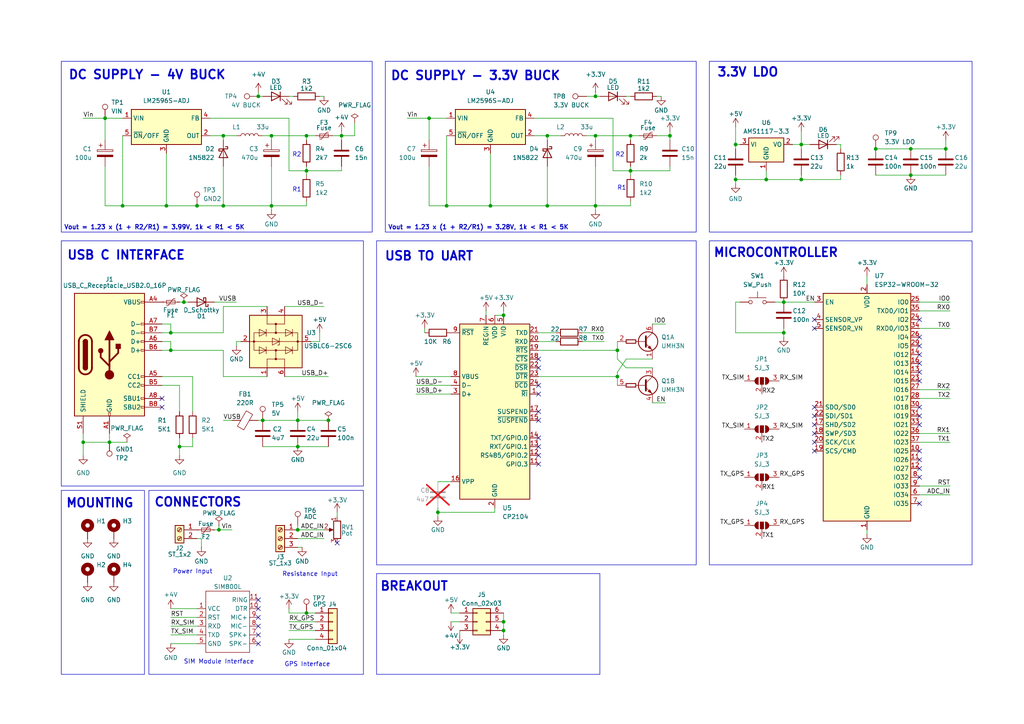
<source format=kicad_sch>
(kicad_sch (version 20231120) (generator "eeschema") (generator_version "8.0")
  (paper "A4")
  (title_block (title "Fleet Tracker") (date "2025-01-01") (rev "1.0") (company "GetStok | STEI ITB") (comment 1 "Reyhan Ghifari Tanjung"))
  (lib_symbols
    (symbol "+3.3V_1" (power) (pin_numbers hide) (pin_names (offset 0) hide)
      (property "Value" "+3.3V" (at 0 3.556 0))
      (symbol "+3.3V_1_1_1"
        (pin power_in line (at 0 0 90) (length 0) (name "~") (number "1"))
      )
    )
    (symbol "Connector:Screw_Terminal_01x02" (pin_names (offset 1.016) hide)
      (property "Reference" "J" (at 0 2.54 0))
      (property "Value" "Screw_Terminal_01x02" (at 0 -5.08 0))
      (symbol "Screw_Terminal_01x02_1_1"
        (pin passive line (at -5.08 0 0) (length 3.81) (name "Pin_1") (number "1"))
        (pin passive line (at -5.08 -2.54 0) (length 3.81) (name "Pin_2") (number "2"))
      )
    )
    (symbol "Connector:Screw_Terminal_01x03" (pin_names (offset 1.016) hide)
      (property "Reference" "J" (at 0 5.08 0))
      (property "Value" "Screw_Terminal_01x03" (at 0 -5.08 0))
      (symbol "Screw_Terminal_01x03_1_1"
        (pin passive line (at -5.08 2.54 0) (length 3.81) (name "Pin_1") (number "1"))
        (pin passive line (at -5.08 0 0) (length 3.81) (name "Pin_2") (number "2"))
        (pin passive line (at -5.08 -2.54 0) (length 3.81) (name "Pin_3") (number "3"))
      )
    )
    (symbol "Connector:TestPoint" (pin_numbers hide) (pin_names (offset 0.762) hide)
      (property "Reference" "TP" (at 0 6.858 0))
      (property "Value" "TestPoint" (at 0 5.08 0))
      (symbol "TestPoint_1_1"
        (pin passive line (at 0 0 90) (length 2.54) (name "1") (number "1"))
      )
    )
    (symbol "Connector:USB_C_Receptacle_USB2.0_16P" (pin_names (offset 1.016))
      (property "Reference" "J1" (at 0 22.86 0))
      (property "Value" "USB_C_Receptacle_USB2.0_16P" (at 0 20.32 0))
      (symbol "USB_C_Receptacle_USB2.0_16P_1_1"
        (pin passive line (at 0 -22.86 90) (length 5.08) (name "GND") (number "A1"))
        (pin passive line (at 0 -22.86 90) (length 5.08) hide (name "GND") (number "A12"))
        (pin passive line (at 15.24 15.24 180) (length 5.08) (name "VBUS") (number "A4"))
        (pin bidirectional line (at 15.24 -6.35 180) (length 5.08) (name "CC1") (number "A5"))
        (pin bidirectional line (at 15.24 3.81 180) (length 5.08) (name "D+") (number "A6"))
        (pin bidirectional line (at 15.24 8.89 180) (length 5.08) (name "D-") (number "A7"))
        (pin bidirectional line (at 15.24 -12.7 180) (length 5.08) (name "SBU1") (number "A8"))
        (pin passive line (at 15.24 15.24 180) (length 5.08) hide (name "VBUS") (number "A9"))
        (pin passive line (at 0 -22.86 90) (length 5.08) hide (name "GND") (number "B1"))
        (pin passive line (at 0 -22.86 90) (length 5.08) hide (name "GND") (number "B12"))
        (pin passive line (at 15.24 15.24 180) (length 5.08) hide (name "VBUS") (number "B4"))
        (pin bidirectional line (at 15.24 -8.89 180) (length 5.08) (name "CC2") (number "B5"))
        (pin bidirectional line (at 15.24 1.27 180) (length 5.08) (name "D+") (number "B6"))
        (pin bidirectional line (at 15.24 6.35 180) (length 5.08) (name "D-") (number "B7"))
        (pin bidirectional line (at 15.24 -15.24 180) (length 5.08) (name "SBU2") (number "B8"))
        (pin passive line (at 15.24 15.24 180) (length 5.08) hide (name "VBUS") (number "B9"))
        (pin passive line (at -7.62 -22.86 90) (length 5.08) (name "SHIELD") (number "S1"))
      )
    )
    (symbol "Connector_Generic:Conn_01x04" (pin_names (offset 1.016) hide)
      (property "Reference" "J" (at 0 5.08 0))
      (property "Value" "Conn_01x04" (at 0 -7.62 0))
      (symbol "Conn_01x04_1_1"
        (pin passive line (at -5.08 2.54 0) (length 3.81) (name "Pin_1") (number "1"))
        (pin passive line (at -5.08 0 0) (length 3.81) (name "Pin_2") (number "2"))
        (pin passive line (at -5.08 -2.54 0) (length 3.81) (name "Pin_3") (number "3"))
        (pin passive line (at -5.08 -5.08 0) (length 3.81) (name "Pin_4") (number "4"))
      )
    )
    (symbol "Connector_Generic:Conn_02x03_Counter_Clockwise" (pin_names (offset 1.016) hide)
      (property "Reference" "J" (at 1.27 5.08 0))
      (property "Value" "Conn_02x03_Counter_Clockwise" (at 1.27 -5.08 0))
      (symbol "Conn_02x03_Counter_Clockwise_1_1"
        (pin passive line (at -5.08 2.54 0) (length 3.81) (name "Pin_1") (number "1"))
        (pin passive line (at -5.08 0 0) (length 3.81) (name "Pin_2") (number "2"))
        (pin passive line (at -5.08 -2.54 0) (length 3.81) (name "Pin_3") (number "3"))
        (pin passive line (at 7.62 -2.54 180) (length 3.81) (name "Pin_4") (number "4"))
        (pin passive line (at 7.62 0 180) (length 3.81) (name "Pin_5") (number "5"))
        (pin passive line (at 7.62 2.54 180) (length 3.81) (name "Pin_6") (number "6"))
      )
    )
    (symbol "Device:C" (pin_numbers hide) (pin_names (offset 0.254))
      (property "Reference" "C" (at 0.635 2.54 0))
      (property "Value" "C" (at 0.635 -2.54 0))
      (symbol "C_1_1"
        (pin passive line (at 0 3.81 270) (length 2.794) (name "~") (number "1"))
        (pin passive line (at 0 -3.81 90) (length 2.794) (name "~") (number "2"))
      )
    )
    (symbol "Device:C_Polarized" (pin_numbers hide) (pin_names (offset 0.254))
      (property "Reference" "C" (at 0.635 2.54 0))
      (property "Value" "C_Polarized" (at 0.635 -2.54 0))
      (symbol "C_Polarized_1_1"
        (pin passive line (at 0 3.81 270) (length 2.794) (name "~") (number "1"))
        (pin passive line (at 0 -3.81 90) (length 2.794) (name "~") (number "2"))
      )
    )
    (symbol "Device:D_Schottky" (pin_numbers hide) (pin_names (offset 1.016) hide)
      (property "Reference" "D" (at 0 2.54 0))
      (property "Value" "D_Schottky" (at 0 -2.54 0))
      (symbol "D_Schottky_1_1"
        (pin passive line (at -3.81 0 0) (length 2.54) (name "K") (number "1"))
        (pin passive line (at 3.81 0 180) (length 2.54) (name "A") (number "2"))
      )
    )
    (symbol "Device:FerriteBead" (pin_numbers hide) (pin_names (offset 0))
      (property "Reference" "FB" (at -3.81 0.635 90))
      (property "Value" "FerriteBead" (at 3.81 0 90))
      (symbol "FerriteBead_1_1"
        (pin passive line (at 0 3.81 270) (length 2.54) (name "~") (number "1"))
        (pin passive line (at 0 -3.81 90) (length 2.54) (name "~") (number "2"))
      )
    )
    (symbol "Device:L" (pin_numbers hide) (pin_names (offset 1.016) hide)
      (property "Reference" "L" (at -1.27 0 90))
      (property "Value" "L" (at 1.905 0 90))
      (symbol "L_1_1"
        (pin passive line (at 0 3.81 270) (length 1.27) (name "1") (number "1"))
        (pin passive line (at 0 -3.81 90) (length 1.27) (name "2") (number "2"))
      )
    )
    (symbol "Device:LED" (pin_numbers hide) (pin_names (offset 1.016) hide)
      (property "Reference" "D" (at 0 2.54 0))
      (property "Value" "LED" (at 0 -2.54 0))
      (symbol "LED_1_1"
        (pin passive line (at -3.81 0 0) (length 2.54) (name "K") (number "1"))
        (pin passive line (at 3.81 0 180) (length 2.54) (name "A") (number "2"))
      )
    )
    (symbol "Device:Polyfuse_Small" (pin_numbers hide) (pin_names (offset 0))
      (property "Reference" "F" (at -1.905 0 90))
      (property "Value" "Polyfuse_Small" (at 1.905 0 90))
      (symbol "Polyfuse_Small_1_1"
        (pin passive line (at 0 2.54 270) (length 0.635) (name "~") (number "1"))
        (pin passive line (at 0 -2.54 90) (length 0.635) (name "~") (number "2"))
      )
    )
    (symbol "Device:R" (pin_numbers hide) (pin_names (offset 0))
      (property "Reference" "R" (at 2.032 0 90))
      (property "Value" "R" (at 0 0 90))
      (symbol "R_1_1"
        (pin passive line (at 0 3.81 270) (length 1.27) (name "~") (number "1"))
        (pin passive line (at 0 -3.81 90) (length 1.27) (name "~") (number "2"))
      )
    )
    (symbol "Device:R_Potentiometer" (pin_names (offset 1.016) hide)
      (property "Reference" "RV" (at -4.445 0 90))
      (property "Value" "R_Potentiometer" (at -2.54 0 90))
      (symbol "R_Potentiometer_1_1"
        (pin passive line (at 0 3.81 270) (length 1.27) (name "1") (number "1"))
        (pin passive line (at 3.81 0 180) (length 1.27) (name "2") (number "2"))
        (pin passive line (at 0 -3.81 90) (length 1.27) (name "3") (number "3"))
      )
    )
    (symbol "Diode:1N5822" (pin_numbers hide) (pin_names (offset 1.016) hide)
      (property "Reference" "D" (at 0 2.54 0))
      (property "Value" "1N5822" (at 0 -2.54 0))
      (symbol "1N5822_1_1"
        (pin passive line (at -3.81 0 0) (length 2.54) (name "K") (number "1"))
        (pin passive line (at 3.81 0 180) (length 2.54) (name "A") (number "2"))
      )
    )
    (symbol "GND_1" (power) (pin_numbers hide) (pin_names (offset 0) hide)
      (property "Value" "GND" (at 0 -3.81 0))
      (symbol "GND_1_1_1"
        (pin power_in line (at 0 0 270) (length 0) (name "~") (number "1"))
      )
    )
    (symbol "GND_2" (power) (pin_numbers hide) (pin_names (offset 0) hide)
      (property "Value" "GND" (at 0 -3.81 0))
      (symbol "GND_2_1_1"
        (pin power_in line (at 0 0 270) (length 0) (name "~") (number "1"))
      )
    )
    (symbol "Interface_USB:CP2104"
      (property "Reference" "U" (at -5.08 28.575 0))
      (property "Value" "CP2104" (at -5.08 26.67 0))
      (symbol "CP2104_1_1"
        (pin input line (at 12.7 5.08 180) (length 2.54) (name "~{RI}") (number "1"))
        (pin no_connect line (at 10.16 -20.32 180) (length 2.54) hide (name "NC") (number "10"))
        (pin bidirectional line (at 12.7 -15.24 180) (length 2.54) (name "GPIO.3") (number "11"))
        (pin bidirectional line (at 12.7 -12.7 180) (length 2.54) (name "RS485/GPIO.2") (number "12"))
        (pin bidirectional line (at 12.7 -10.16 180) (length 2.54) (name "RXT/GPIO.1") (number "13"))
        (pin bidirectional line (at 12.7 -7.62 180) (length 2.54) (name "TXT/GPIO.0") (number "14"))
        (pin output line (at 12.7 -2.54 180) (length 2.54) (name "~{SUSPEND}") (number "15"))
        (pin passive line (at -12.7 -20.32 0) (length 2.54) (name "VPP") (number "16"))
        (pin output line (at 12.7 0 180) (length 2.54) (name "SUSPEND") (number "17"))
        (pin input line (at 12.7 15.24 180) (length 2.54) (name "~{CTS}") (number "18"))
        (pin output line (at 12.7 17.78 180) (length 2.54) (name "~{RTS}") (number "19"))
        (pin power_in line (at 0 -27.94 90) (length 2.54) (name "GND") (number "2"))
        (pin input line (at 12.7 20.32 180) (length 2.54) (name "RXD") (number "20"))
        (pin output line (at 12.7 22.86 180) (length 2.54) (name "TXD") (number "21"))
        (pin input line (at 12.7 12.7 180) (length 2.54) (name "~{DSR}") (number "22"))
        (pin output line (at 12.7 10.16 180) (length 2.54) (name "~{DTR}") (number "23"))
        (pin input line (at 12.7 7.62 180) (length 2.54) (name "~{DCD}") (number "24"))
        (pin passive line (at 0 -27.94 90) (length 2.54) hide (name "GND") (number "25"))
        (pin bidirectional line (at -12.7 5.08 0) (length 2.54) (name "D+") (number "3"))
        (pin bidirectional line (at -12.7 7.62 0) (length 2.54) (name "D-") (number "4"))
        (pin power_in line (at 2.54 27.94 270) (length 2.54) (name "VIO") (number "5"))
        (pin power_in line (at 0 27.94 270) (length 2.54) (name "VDD") (number "6"))
        (pin power_in line (at -2.54 27.94 270) (length 2.54) (name "REGIN") (number "7"))
        (pin input line (at -12.7 10.16 0) (length 2.54) (name "VBUS") (number "8"))
        (pin bidirectional line (at -12.7 22.86 0) (length 2.54) (name "~{RST}") (number "9"))
      )
    )
    (symbol "Jumper:SolderJumper_3_Open" (pin_names (offset 0) hide) (exclude_from_sim yes) (in_bom no)
      (property "Reference" "JP" (at -2.54 -2.54 0))
      (property "Value" "SolderJumper_3_Open" (at 0 2.794 0))
      (symbol "SolderJumper_3_Open_1_1"
        (pin passive line (at -5.08 0 0) (length 2.54) (name "A") (number "1"))
        (pin passive line (at 0 -3.81 90) (length 2.54) (name "C") (number "2"))
        (pin passive line (at 5.08 0 180) (length 2.54) (name "B") (number "3"))
      )
    )
    (symbol "Mechanical:MountingHole_Pad" (pin_numbers hide) (pin_names (offset 1.016) hide) (exclude_from_sim yes) (in_bom no)
      (property "Reference" "H" (at 0 6.35 0))
      (property "Value" "MountingHole_Pad" (at 0 4.445 0))
      (symbol "MountingHole_Pad_1_1"
        (pin input line (at 0 -2.54 90) (length 2.54) (name "1") (number "1"))
      )
    )
    (symbol "PWR_FLAG_1" (power) (pin_numbers hide) (pin_names (offset 0) hide)
      (property "Value" "PWR_FLAG" (at 0 3.81 0))
      (symbol "PWR_FLAG_1_0_0"
        (pin power_out line (at 0 0 90) (length 0) (name "~") (number "1"))
      )
    )
    (symbol "PWR_FLAG_2" (power) (pin_numbers hide) (pin_names (offset 0) hide)
      (property "Value" "PWR_FLAG" (at 0 3.81 0))
      (symbol "PWR_FLAG_2_0_0"
        (pin power_out line (at 0 0 90) (length 0) (name "~") (number "1"))
      )
    )
    (symbol "Power_Protection:USBLC6-2SC6" (pin_names hide)
      (property "Reference" "U" (at 2.54 8.89 0))
      (property "Value" "USBLC6-2SC6" (at 2.54 -8.89 0))
      (symbol "USBLC6-2SC6_1_1"
        (pin passive line (at -10.16 -2.54 0) (length 2.54) (name "I/O1") (number "1"))
        (pin passive line (at 0 -10.16 90) (length 2.54) (name "GND") (number "2"))
        (pin passive line (at 10.16 -2.54 180) (length 2.54) (name "I/O2") (number "3"))
        (pin passive line (at 10.16 2.54 180) (length 2.54) (name "I/O2") (number "4"))
        (pin passive line (at 0 10.16 270) (length 2.54) (name "VBUS") (number "5"))
        (pin passive line (at -10.16 2.54 0) (length 2.54) (name "I/O1") (number "6"))
      )
    )
    (symbol "RF_Module:ESP32-WROOM-32"
      (property "Reference" "U" (at -12.7 34.29 0))
      (property "Value" "ESP32-WROOM-32" (at 1.27 34.29 0))
      (symbol "ESP32-WROOM-32_1_1"
        (pin power_in line (at 0 -35.56 90) (length 2.54) (name "GND") (number "1"))
        (pin bidirectional line (at 15.24 -12.7 180) (length 2.54) (name "IO25") (number "10"))
        (pin bidirectional line (at 15.24 -15.24 180) (length 2.54) (name "IO26") (number "11"))
        (pin bidirectional line (at 15.24 -17.78 180) (length 2.54) (name "IO27") (number "12"))
        (pin bidirectional line (at 15.24 10.16 180) (length 2.54) (name "IO14") (number "13"))
        (pin bidirectional line (at 15.24 15.24 180) (length 2.54) (name "IO12") (number "14"))
        (pin passive line (at 0 -35.56 90) (length 2.54) hide (name "GND") (number "15"))
        (pin bidirectional line (at 15.24 12.7 180) (length 2.54) (name "IO13") (number "16"))
        (pin bidirectional line (at -15.24 -5.08 0) (length 2.54) (name "SHD/SD2") (number "17"))
        (pin bidirectional line (at -15.24 -7.62 0) (length 2.54) (name "SWP/SD3") (number "18"))
        (pin bidirectional line (at -15.24 -12.7 0) (length 2.54) (name "SCS/CMD") (number "19"))
        (pin power_in line (at 0 35.56 270) (length 2.54) (name "VDD") (number "2"))
        (pin bidirectional line (at -15.24 -10.16 0) (length 2.54) (name "SCK/CLK") (number "20"))
        (pin bidirectional line (at -15.24 0 0) (length 2.54) (name "SDO/SD0") (number "21"))
        (pin bidirectional line (at -15.24 -2.54 0) (length 2.54) (name "SDI/SD1") (number "22"))
        (pin bidirectional line (at 15.24 7.62 180) (length 2.54) (name "IO15") (number "23"))
        (pin bidirectional line (at 15.24 25.4 180) (length 2.54) (name "IO2") (number "24"))
        (pin bidirectional line (at 15.24 30.48 180) (length 2.54) (name "IO0") (number "25"))
        (pin bidirectional line (at 15.24 20.32 180) (length 2.54) (name "IO4") (number "26"))
        (pin bidirectional line (at 15.24 5.08 180) (length 2.54) (name "IO16") (number "27"))
        (pin bidirectional line (at 15.24 2.54 180) (length 2.54) (name "IO17") (number "28"))
        (pin bidirectional line (at 15.24 17.78 180) (length 2.54) (name "IO5") (number "29"))
        (pin input line (at -15.24 30.48 0) (length 2.54) (name "EN") (number "3"))
        (pin bidirectional line (at 15.24 0 180) (length 2.54) (name "IO18") (number "30"))
        (pin bidirectional line (at 15.24 -2.54 180) (length 2.54) (name "IO19") (number "31"))
        (pin no_connect line (at -12.7 -27.94 0) (length 2.54) hide (name "NC") (number "32"))
        (pin bidirectional line (at 15.24 -5.08 180) (length 2.54) (name "IO21") (number "33"))
        (pin bidirectional line (at 15.24 22.86 180) (length 2.54) (name "RXD0/IO3") (number "34"))
        (pin bidirectional line (at 15.24 27.94 180) (length 2.54) (name "TXD0/IO1") (number "35"))
        (pin bidirectional line (at 15.24 -7.62 180) (length 2.54) (name "IO22") (number "36"))
        (pin bidirectional line (at 15.24 -10.16 180) (length 2.54) (name "IO23") (number "37"))
        (pin passive line (at 0 -35.56 90) (length 2.54) hide (name "GND") (number "38"))
        (pin passive line (at 0 -35.56 90) (length 2.54) hide (name "GND") (number "39"))
        (pin input line (at -15.24 25.4 0) (length 2.54) (name "SENSOR_VP") (number "4"))
        (pin input line (at -15.24 22.86 0) (length 2.54) (name "SENSOR_VN") (number "5"))
        (pin input line (at 15.24 -25.4 180) (length 2.54) (name "IO34") (number "6"))
        (pin input line (at 15.24 -27.94 180) (length 2.54) (name "IO35") (number "7"))
        (pin bidirectional line (at 15.24 -20.32 180) (length 2.54) (name "IO32") (number "8"))
        (pin bidirectional line (at 15.24 -22.86 180) (length 2.54) (name "IO33") (number "9"))
      )
    )
    (symbol "Regulator_Linear:AMS1117-3.3"
      (property "Reference" "U" (at -3.81 3.175 0))
      (property "Value" "AMS1117-3.3" (at 0 3.175 0))
      (symbol "AMS1117-3.3_1_1"
        (pin power_in line (at 0 -7.62 90) (length 2.54) (name "GND") (number "1"))
        (pin power_out line (at 7.62 0 180) (length 2.54) (name "VO") (number "2"))
        (pin power_in line (at -7.62 0 0) (length 2.54) (name "VI") (number "3"))
      )
    )
    (symbol "Regulator_Switching:LM2596S-ADJ"
      (property "Reference" "U" (at -10.16 6.35 0))
      (property "Value" "LM2596S-ADJ" (at 0 6.35 0))
      (symbol "LM2596S-ADJ_1_1"
        (pin power_in line (at -12.7 2.54 0) (length 2.54) (name "VIN") (number "1"))
        (pin output line (at 12.7 -2.54 180) (length 2.54) (name "OUT") (number "2"))
        (pin power_in line (at 0 -7.62 90) (length 2.54) (name "GND") (number "3"))
        (pin input line (at 12.7 2.54 180) (length 2.54) (name "FB") (number "4"))
        (pin input line (at -12.7 -2.54 0) (length 2.54) (name "~{ON}/OFF") (number "5"))
      )
    )
    (symbol "Switch:SW_Push" (pin_numbers hide) (pin_names (offset 1.016) hide)
      (property "Reference" "SW" (at 1.27 2.54 0))
      (property "Value" "SW_Push" (at 0 -1.524 0))
      (symbol "SW_Push_0_1"
        (pin passive line (at -5.08 0 0) (length 2.54) (name "1") (number "1"))
        (pin passive line (at 5.08 0 180) (length 2.54) (name "2") (number "2"))
      )
    )
    (symbol "Transistor_BJT:UMH3N" (pin_names hide)
      (property "Reference" "Q" (at 7.62 1.27 0))
      (property "Value" "UMH3N" (at 7.62 -1.27 0))
      (symbol "UMH3N_1_1"
        (pin passive line (at 5.08 -5.08 90) (length 2.54) (name "E1") (number "1"))
        (pin input line (at -5.08 0 0) (length 2.54) (name "B1") (number "2"))
        (pin passive line (at 5.08 5.08 270) (length 2.54) (name "C1") (number "6"))
      )
      (symbol "UMH3N_2_1"
        (pin passive line (at 5.08 5.08 270) (length 2.54) (name "C2") (number "3"))
        (pin passive line (at 5.08 -5.08 90) (length 2.54) (name "E2") (number "4"))
        (pin input line (at -5.08 0 0) (length 2.54) (name "B2") (number "5"))
      )
    )
    (symbol "power:+3.3V" (power) (pin_names (offset 0))
      (property "Value" "+3.3V" (at 0 3.556 0))
      (symbol "+3.3V_1_1"
        (pin power_in line (at 0 0 90) (length 0) hide (name "+3.3V") (number "1"))
      )
    )
    (symbol "power:+4V" (power) (pin_names (offset 0))
      (property "Value" "+4V" (at 0 3.556 0))
      (symbol "+4V_1_1"
        (pin power_in line (at 0 0 90) (length 0) hide (name "+4V") (number "1"))
      )
    )
    (symbol "power:+5V" (power) (pin_names (offset 0))
      (property "Value" "+5V" (at 0 3.556 0))
      (symbol "+5V_1_1"
        (pin power_in line (at 0 0 90) (length 0) hide (name "+5V") (number "1"))
      )
    )
    (symbol "power:GND" (power) (pin_names (offset 0))
      (property "Value" "GND" (at 0 -3.81 0))
      (symbol "GND_1_1"
        (pin power_in line (at 0 0 270) (length 0) hide (name "GND") (number "1"))
      )
    )
    (symbol "power:PWR_FLAG" (power) (pin_numbers hide) (pin_names (offset 0) hide)
      (property "Value" "PWR_FLAG" (at 0 3.81 0))
      (symbol "PWR_FLAG_0_0"
        (pin power_out line (at 0 0 90) (length 0) (name "pwr") (number "1"))
      )
    )
    (symbol "sim800l:sim800l"
      (property "Reference" "U" (at 0 9.906 0))
      (symbol "sim800l_1_1"
        (pin input line (at -8.89 3.81 0) (length 2.54) (name "VCC") (number "1"))
        (pin input line (at 8.89 3.81 180) (length 2.54) (name "DTR") (number "10"))
        (pin output line (at 8.89 6.35 180) (length 2.54) (name "RING") (number "11"))
        (pin input line (at -8.89 1.27 0) (length 2.54) (name "RST") (number "2"))
        (pin input line (at -8.89 -1.27 0) (length 2.54) (name "RXD") (number "3"))
        (pin output line (at -8.89 -3.81 0) (length 2.54) (name "TXD") (number "4"))
        (pin input line (at -8.89 -6.35 0) (length 2.54) (name "GND") (number "5"))
        (pin output line (at 8.89 -6.35 180) (length 2.54) (name "SPK-") (number "6"))
        (pin output line (at 8.89 -3.81 180) (length 2.54) (name "SPK+") (number "7"))
        (pin input line (at 8.89 -1.27 180) (length 2.54) (name "MIC-") (number "8"))
        (pin input line (at 8.89 1.27 180) (length 2.54) (name "MIC+") (number "9"))
      )
    )
  )
  (junction (at 52.07 129.54))
  (junction (at 86.36 121.92))
  (junction (at 146.05 91.44))
  (junction (at 63.5 153.67))
  (junction (at 274.32 43.18))
  (junction (at 88.9 177.8))
  (junction (at 232.41 41.91))
  (junction (at 74.93 27.94))
  (junction (at 127 148.59))
  (junction (at 86.36 153.67))
  (junction (at 64.77 39.37))
  (junction (at 158.75 59.69))
  (junction (at 49.53 96.52))
  (junction (at 64.77 59.69))
  (junction (at 179.07 101.6))
  (junction (at 78.74 39.37))
  (junction (at 35.56 59.69))
  (junction (at 146.05 182.88))
  (junction (at 158.75 39.37))
  (junction (at 86.36 129.54))
  (junction (at 99.06 39.37))
  (junction (at 95.25 121.92))
  (junction (at 57.15 59.69))
  (junction (at 124.46 34.29))
  (junction (at 227.33 96.52))
  (junction (at 49.53 101.6))
  (junction (at 213.36 41.91))
  (junction (at 129.54 59.69))
  (junction (at 30.48 34.29))
  (junction (at 213.36 52.07))
  (junction (at 182.88 39.37))
  (junction (at 88.9 49.53))
  (junction (at 264.16 43.18))
  (junction (at 232.41 52.07))
  (junction (at 142.24 59.69))
  (junction (at 222.25 52.07))
  (junction (at 227.33 87.63))
  (junction (at 146.05 180.34))
  (junction (at 76.2 121.92))
  (junction (at 88.9 39.37))
  (junction (at 194.31 39.37))
  (junction (at 172.72 27.94))
  (junction (at 179.07 109.22))
  (junction (at 78.74 59.69))
  (junction (at 24.13 128.27))
  (junction (at 48.26 59.69))
  (junction (at 172.72 39.37))
  (junction (at 182.88 49.53))
  (junction (at 254 43.18))
  (junction (at 31.75 128.27))
  (junction (at 172.72 59.69))
  (junction (at 53.34 87.63))
  (junction (at 264.16 50.8))
  (no_connect (at 266.7 123.19))
  (no_connect (at 156.21 111.76))
  (no_connect (at 74.93 181.61))
  (no_connect (at 236.22 130.81))
  (no_connect (at 266.7 100.33))
  (no_connect (at 266.7 146.05))
  (no_connect (at 266.7 133.35))
  (no_connect (at 266.7 107.95))
  (no_connect (at 156.21 121.92))
  (no_connect (at 266.7 138.43))
  (no_connect (at 156.21 129.54))
  (no_connect (at 156.21 114.3))
  (no_connect (at 236.22 95.25))
  (no_connect (at 266.7 110.49))
  (no_connect (at 156.21 106.68))
  (no_connect (at 74.93 179.07))
  (no_connect (at 236.22 128.27))
  (no_connect (at 74.93 184.15))
  (no_connect (at 156.21 132.08))
  (no_connect (at 266.7 130.81))
  (no_connect (at 266.7 92.71))
  (no_connect (at 236.22 125.73))
  (no_connect (at 236.22 123.19))
  (no_connect (at 266.7 97.79))
  (no_connect (at 236.22 118.11))
  (no_connect (at 74.93 186.69))
  (no_connect (at 46.99 115.57))
  (no_connect (at 266.7 120.65))
  (no_connect (at 266.7 135.89))
  (no_connect (at 236.22 120.65))
  (no_connect (at 236.22 92.71))
  (no_connect (at 156.21 119.38))
  (no_connect (at 46.99 118.11))
  (no_connect (at 156.21 127))
  (no_connect (at 74.93 173.99))
  (no_connect (at 266.7 118.11))
  (no_connect (at 156.21 134.62))
  (no_connect (at 266.7 105.41))
  (no_connect (at 156.21 104.14))
  (no_connect (at 97.79 157.48))
  (no_connect (at 74.93 176.53))
  (no_connect (at 266.7 102.87))
  (wire (pts (xy 175.26 99.06) (xy 168.91 99.06)))
  (wire (pts (xy 74.93 121.92) (xy 76.2 121.92)))
  (wire (pts (xy 214.63 87.63) (xy 213.36 87.63)))
  (wire (pts (xy 49.53 176.53) (xy 57.15 176.53)))
  (wire (pts (xy 222.25 52.07) (xy 232.41 52.07)))
  (wire (pts (xy 64.77 48.26) (xy 64.77 59.69)))
  (wire (pts (xy 213.36 41.91) (xy 213.36 43.18)))
  (wire (pts (xy 146.05 91.44) (xy 143.51 91.44)))
  (wire (pts (xy 232.41 52.07) (xy 232.41 50.8)))
  (wire (pts (xy 158.75 39.37) (xy 158.75 40.64)))
  (wire (pts (xy 93.98 27.94) (xy 92.71 27.94)))
  (wire (pts (xy 182.88 40.64) (xy 182.88 39.37)))
  (wire (pts (xy 88.9 49.53) (xy 88.9 50.8)))
  (wire (pts (xy 274.32 40.64) (xy 274.32 43.18)))
  (wire (pts (xy 127 148.59) (xy 127 147.32)))
  (wire (pts (xy 24.13 128.27) (xy 24.13 132.08)))
  (wire (pts (xy 86.36 119.38) (xy 86.36 121.92)))
  (wire (pts (xy 243.84 50.8) (xy 243.84 52.07)))
  (wire (pts (xy 142.24 59.69) (xy 158.75 59.69)))
  (wire (pts (xy 30.48 59.69) (xy 35.56 59.69)))
  (wire (pts (xy 181.61 104.14) (xy 189.23 104.14)))
  (wire (pts (xy 83.82 34.29) (xy 83.82 49.53)))
  (wire (pts (xy 129.54 39.37) (xy 129.54 59.69)))
  (wire (pts (xy 194.31 40.64) (xy 194.31 39.37)))
  (wire (pts (xy 49.53 96.52) (xy 64.77 96.52)))
  (wire (pts (xy 83.82 176.53) (xy 83.82 177.8)))
  (wire (pts (xy 172.72 59.69) (xy 158.75 59.69)))
  (wire (pts (xy 146.05 177.8) (xy 146.05 180.34)))
  (wire (pts (xy 243.84 41.91) (xy 242.57 41.91)))
  (wire (pts (xy 266.7 90.17) (xy 275.59 90.17)))
  (wire (pts (xy 83.82 182.88) (xy 91.44 182.88)))
  (wire (pts (xy 146.05 90.17) (xy 146.05 91.44)))
  (wire (pts (xy 97.79 148.59) (xy 97.79 149.86)))
  (wire (pts (xy 172.72 60.96) (xy 172.72 59.69)))
  (wire (pts (xy 55.88 109.22) (xy 55.88 119.38)))
  (wire (pts (xy 177.8 34.29) (xy 177.8 49.53)))
  (wire (pts (xy 30.48 48.26) (xy 30.48 59.69)))
  (wire (pts (xy 87.63 158.75) (xy 86.36 158.75)))
  (wire (pts (xy 193.04 93.98) (xy 189.23 93.98)))
  (wire (pts (xy 130.81 177.8) (xy 133.35 177.8)))
  (wire (pts (xy 264.16 43.18) (xy 274.32 43.18)))
  (wire (pts (xy 49.53 93.98) (xy 49.53 96.52)))
  (wire (pts (xy 35.56 59.69) (xy 48.26 59.69)))
  (wire (pts (xy 222.25 49.53) (xy 222.25 52.07)))
  (wire (pts (xy 232.41 41.91) (xy 234.95 41.91)))
  (wire (pts (xy 99.06 48.26) (xy 99.06 49.53)))
  (wire (pts (xy 49.53 181.61) (xy 57.15 181.61)))
  (wire (pts (xy 143.51 148.59) (xy 127 148.59)))
  (wire (pts (xy 88.9 177.8) (xy 91.44 177.8)))
  (wire (pts (xy 127 149.86) (xy 127 148.59)))
  (wire (pts (xy 146.05 182.88) (xy 146.05 184.15)))
  (wire (pts (xy 24.13 34.29) (xy 30.48 34.29)))
  (wire (pts (xy 142.24 59.69) (xy 142.24 44.45)))
  (wire (pts (xy 53.34 87.63) (xy 54.61 87.63)))
  (wire (pts (xy 275.59 128.27) (xy 266.7 128.27)))
  (wire (pts (xy 130.81 180.34) (xy 133.35 180.34)))
  (wire (pts (xy 213.36 96.52) (xy 227.33 96.52)))
  (wire (pts (xy 64.77 39.37) (xy 64.77 40.64)))
  (wire (pts (xy 179.07 107.95) (xy 179.07 109.22)))
  (wire (pts (xy 182.88 49.53) (xy 182.88 50.8)))
  (wire (pts (xy 85.09 27.94) (xy 83.82 27.94)))
  (wire (pts (xy 63.5 153.67) (xy 67.31 153.67)))
  (wire (pts (xy 243.84 41.91) (xy 243.84 43.18)))
  (wire (pts (xy 99.06 38.1) (xy 99.06 39.37)))
  (wire (pts (xy 57.15 59.69) (xy 48.26 59.69)))
  (wire (pts (xy 24.13 125.73) (xy 24.13 128.27)))
  (wire (pts (xy 30.48 34.29) (xy 35.56 34.29)))
  (wire (pts (xy 64.77 109.22) (xy 64.77 101.6)))
  (wire (pts (xy 86.36 152.4) (xy 86.36 153.67)))
  (wire (pts (xy 193.04 116.84) (xy 189.23 116.84)))
  (wire (pts (xy 95.25 109.22) (xy 82.55 109.22)))
  (wire (pts (xy 49.53 184.15) (xy 57.15 184.15)))
  (wire (pts (xy 46.99 101.6) (xy 49.53 101.6)))
  (wire (pts (xy 88.9 39.37) (xy 78.74 39.37)))
  (wire (pts (xy 179.07 101.6) (xy 179.07 104.14)))
  (wire (pts (xy 175.26 96.52) (xy 168.91 96.52)))
  (wire (pts (xy 92.71 96.52) (xy 92.71 99.06)))
  (wire (pts (xy 102.87 35.56) (xy 102.87 39.37)))
  (wire (pts (xy 64.77 88.9) (xy 64.77 96.52)))
  (wire (pts (xy 190.5 39.37) (xy 194.31 39.37)))
  (wire (pts (xy 156.21 96.52) (xy 161.29 96.52)))
  (wire (pts (xy 213.36 52.07) (xy 222.25 52.07)))
  (wire (pts (xy 46.99 99.06) (xy 49.53 99.06)))
  (wire (pts (xy 124.46 34.29) (xy 129.54 34.29)))
  (wire (pts (xy 88.9 58.42) (xy 88.9 59.69)))
  (wire (pts (xy 69.85 99.06) (xy 68.58 99.06)))
  (wire (pts (xy 77.47 109.22) (xy 64.77 109.22)))
  (wire (pts (xy 213.36 53.34) (xy 213.36 52.07)))
  (wire (pts (xy 31.75 128.27) (xy 36.83 128.27)))
  (wire (pts (xy 170.18 39.37) (xy 172.72 39.37)))
  (wire (pts (xy 172.72 48.26) (xy 172.72 59.69)))
  (wire (pts (xy 49.53 101.6) (xy 64.77 101.6)))
  (wire (pts (xy 83.82 180.34) (xy 91.44 180.34)))
  (wire (pts (xy 46.99 111.76) (xy 52.07 111.76)))
  (wire (pts (xy 275.59 125.73) (xy 266.7 125.73)))
  (wire (pts (xy 194.31 49.53) (xy 182.88 49.53)))
  (wire (pts (xy 227.33 87.63) (xy 236.22 87.63)))
  (wire (pts (xy 140.97 90.17) (xy 140.97 91.44)))
  (wire (pts (xy 266.7 95.25) (xy 275.59 95.25)))
  (wire (pts (xy 182.88 58.42) (xy 182.88 59.69)))
  (wire (pts (xy 63.5 152.4) (xy 63.5 153.67)))
  (wire (pts (xy 78.74 39.37) (xy 78.74 40.64)))
  (wire (pts (xy 93.98 88.9) (xy 82.55 88.9)))
  (wire (pts (xy 88.9 40.64) (xy 88.9 39.37)))
  (wire (pts (xy 52.07 129.54) (xy 55.88 129.54)))
  (wire (pts (xy 78.74 60.96) (xy 78.74 59.69)))
  (wire (pts (xy 189.23 106.68) (xy 181.61 106.68)))
  (wire (pts (xy 232.41 38.1) (xy 232.41 41.91)))
  (wire (pts (xy 99.06 40.64) (xy 99.06 39.37)))
  (wire (pts (xy 124.46 34.29) (xy 124.46 40.64)))
  (wire (pts (xy 181.61 104.14) (xy 179.07 107.95)))
  (wire (pts (xy 68.58 99.06) (xy 68.58 100.33)))
  (wire (pts (xy 124.46 59.69) (xy 129.54 59.69)))
  (wire (pts (xy 52.07 129.54) (xy 52.07 132.08)))
  (wire (pts (xy 146.05 180.34) (xy 146.05 182.88)))
  (wire (pts (xy 182.88 48.26) (xy 182.88 49.53)))
  (wire (pts (xy 156.21 101.6) (xy 179.07 101.6)))
  (wire (pts (xy 99.06 49.53) (xy 88.9 49.53)))
  (wire (pts (xy 172.72 26.67) (xy 172.72 27.94)))
  (wire (pts (xy 182.88 39.37) (xy 172.72 39.37)))
  (wire (pts (xy 229.87 41.91) (xy 232.41 41.91)))
  (wire (pts (xy 227.33 96.52) (xy 227.33 95.25)))
  (wire (pts (xy 78.74 59.69) (xy 64.77 59.69)))
  (wire (pts (xy 172.72 27.94) (xy 173.99 27.94)))
  (wire (pts (xy 92.71 99.06) (xy 90.17 99.06)))
  (wire (pts (xy 64.77 39.37) (xy 68.58 39.37)))
  (wire (pts (xy 158.75 48.26) (xy 158.75 59.69)))
  (wire (pts (xy 191.77 27.94) (xy 190.5 27.94)))
  (wire (pts (xy 55.88 129.54) (xy 55.88 127)))
  (wire (pts (xy 156.21 99.06) (xy 161.29 99.06)))
  (wire (pts (xy 251.46 153.67) (xy 251.46 154.94)))
  (wire (pts (xy 49.53 186.69) (xy 57.15 186.69)))
  (wire (pts (xy 124.46 48.26) (xy 124.46 59.69)))
  (wire (pts (xy 83.82 185.42) (xy 91.44 185.42)))
  (wire (pts (xy 154.94 34.29) (xy 177.8 34.29)))
  (wire (pts (xy 48.26 59.69) (xy 48.26 44.45)))
  (wire (pts (xy 35.56 39.37) (xy 35.56 59.69)))
  (wire (pts (xy 76.2 129.54) (xy 86.36 129.54)))
  (wire (pts (xy 266.7 87.63) (xy 275.59 87.63)))
  (wire (pts (xy 83.82 49.53) (xy 88.9 49.53)))
  (wire (pts (xy 143.51 147.32) (xy 143.51 148.59)))
  (wire (pts (xy 182.88 27.94) (xy 181.61 27.94)))
  (wire (pts (xy 170.18 27.94) (xy 172.72 27.94)))
  (wire (pts (xy 99.06 39.37) (xy 102.87 39.37)))
  (wire (pts (xy 194.31 38.1) (xy 194.31 39.37)))
  (wire (pts (xy 275.59 143.51) (xy 266.7 143.51)))
  (wire (pts (xy 227.33 96.52) (xy 227.33 97.79)))
  (wire (pts (xy 172.72 39.37) (xy 172.72 40.64)))
  (wire (pts (xy 194.31 48.26) (xy 194.31 49.53)))
  (wire (pts (xy 275.59 115.57) (xy 266.7 115.57)))
  (wire (pts (xy 232.41 41.91) (xy 232.41 43.18)))
  (wire (pts (xy 154.94 39.37) (xy 158.75 39.37)))
  (wire (pts (xy 88.9 59.69) (xy 78.74 59.69)))
  (wire (pts (xy 224.79 87.63) (xy 227.33 87.63)))
  (wire (pts (xy 182.88 39.37) (xy 185.42 39.37)))
  (wire (pts (xy 60.96 39.37) (xy 64.77 39.37)))
  (wire (pts (xy 213.36 36.83) (xy 213.36 41.91)))
  (wire (pts (xy 182.88 59.69) (xy 172.72 59.69)))
  (wire (pts (xy 129.54 59.69) (xy 142.24 59.69)))
  (wire (pts (xy 76.2 121.92) (xy 86.36 121.92)))
  (wire (pts (xy 177.8 49.53) (xy 182.88 49.53)))
  (wire (pts (xy 158.75 39.37) (xy 162.56 39.37)))
  (wire (pts (xy 120.65 114.3) (xy 130.81 114.3)))
  (wire (pts (xy 232.41 52.07) (xy 243.84 52.07)))
  (wire (pts (xy 133.35 184.15) (xy 133.35 182.88)))
  (wire (pts (xy 275.59 113.03) (xy 266.7 113.03)))
  (wire (pts (xy 77.47 88.9) (xy 64.77 88.9)))
  (wire (pts (xy 58.42 156.21) (xy 57.15 156.21)))
  (wire (pts (xy 31.75 128.27) (xy 31.75 125.73)))
  (wire (pts (xy 120.65 111.76) (xy 130.81 111.76)))
  (wire (pts (xy 49.53 99.06) (xy 49.53 101.6)))
  (wire (pts (xy 213.36 50.8) (xy 213.36 52.07)))
  (wire (pts (xy 91.44 39.37) (xy 88.9 39.37)))
  (wire (pts (xy 275.59 140.97) (xy 266.7 140.97)))
  (wire (pts (xy 52.07 127) (xy 52.07 129.54)))
  (wire (pts (xy 123.19 95.25) (xy 123.19 96.52)))
  (wire (pts (xy 78.74 48.26) (xy 78.74 59.69)))
  (wire (pts (xy 74.93 27.94) (xy 76.2 27.94)))
  (wire (pts (xy 49.53 179.07) (xy 57.15 179.07)))
  (wire (pts (xy 46.99 109.22) (xy 55.88 109.22)))
  (wire (pts (xy 179.07 99.06) (xy 179.07 101.6)))
  (wire (pts (xy 86.36 129.54) (xy 95.25 129.54)))
  (wire (pts (xy 179.07 109.22) (xy 179.07 111.76)))
  (wire (pts (xy 52.07 111.76) (xy 52.07 119.38)))
  (wire (pts (xy 62.23 87.63) (xy 68.58 87.63)))
  (wire (pts (xy 74.93 27.94) (xy 74.93 26.67)))
  (wire (pts (xy 64.77 121.92) (xy 67.31 121.92)))
  (wire (pts (xy 46.99 96.52) (xy 49.53 96.52)))
  (wire (pts (xy 88.9 48.26) (xy 88.9 49.53)))
  (wire (pts (xy 83.82 177.8) (xy 88.9 177.8)))
  (wire (pts (xy 52.07 87.63) (xy 53.34 87.63)))
  (wire (pts (xy 96.52 39.37) (xy 99.06 39.37)))
  (wire (pts (xy 156.21 109.22) (xy 179.07 109.22)))
  (wire (pts (xy 120.65 109.22) (xy 130.81 109.22)))
  (wire (pts (xy 254 43.18) (xy 264.16 43.18)))
  (wire (pts (xy 58.42 158.75) (xy 58.42 156.21)))
  (wire (pts (xy 30.48 34.29) (xy 30.48 40.64)))
  (wire (pts (xy 76.2 39.37) (xy 78.74 39.37)))
  (wire (pts (xy 86.36 153.67) (xy 93.98 153.67)))
  (wire (pts (xy 24.13 128.27) (xy 31.75 128.27)))
  (wire (pts (xy 251.46 80.01) (xy 251.46 82.55)))
  (wire (pts (xy 213.36 41.91) (xy 214.63 41.91)))
  (wire (pts (xy 181.61 106.68) (xy 179.07 104.14)))
  (wire (pts (xy 60.96 34.29) (xy 83.82 34.29)))
  (wire (pts (xy 86.36 121.92) (xy 95.25 121.92)))
  (wire (pts (xy 64.77 59.69) (xy 57.15 59.69)))
  (wire (pts (xy 46.99 93.98) (xy 49.53 93.98)))
  (wire (pts (xy 86.36 156.21) (xy 93.98 156.21)))
  (wire (pts (xy 254 50.8) (xy 264.16 50.8)))
  (wire (pts (xy 62.23 153.67) (xy 63.5 153.67)))
  (wire (pts (xy 213.36 87.63) (xy 213.36 96.52)))
  (wire (pts (xy 127 139.7) (xy 130.81 139.7)))
  (wire (pts (xy 118.11 34.29) (xy 124.46 34.29)))
  (wire (pts (xy 264.16 50.8) (xy 274.32 50.8)))
  (rectangle (start 109.22 166.37) (end 173.99 195.58))
  (rectangle (start 205.74 17.78) (end 281.94 67.31))
  (rectangle (start 17.78 17.78) (end 107.95 67.31))
  (rectangle (start 205.74 69.85) (end 281.94 163.83))
  (rectangle (start 43.18 142.24) (end 105.41 195.58))
  (rectangle (start 17.78 69.85) (end 105.41 140.97))
  (rectangle (start 17.78 142.24) (end 41.91 195.58))
  (rectangle (start 111.76 17.78) (end 201.93 67.31))
  (rectangle (start 109.22 69.85) (end 201.93 163.83))
  (text "CONNECTORS" (at 57.404 145.796 0) (effects (font (size 2.54 2.54) (thickness 0.508) (bold yes))))
  (text "DC SUPPLY - 3.3V BUCK" (at 137.922 22.098 0) (effects (font (size 2.54 2.54) (thickness 0.508) (bold yes))))
  (text "R1" (at 86.106 55.118 0) (effects (font (size 1.27 1.27))))
  (text "R2" (at 179.832 44.958 0) (effects (font (size 1.27 1.27))))
  (text "Vout = 1.23 x (1 + R2/R1) = 3.28V, 1k < R1 < 5K" (at 112.522 66.802 0) (effects (font (size 1.27 1.27) (thickness 0.254) (bold yes)) (justify left bottom)))
  (text "R2" (at 86.106 44.958 0) (effects (font (size 1.27 1.27))))
  (text "USB C INTERFACE" (at 36.576 74.168 0) (effects (font (size 2.54 2.54) (thickness 0.508) (bold yes))))
  (text "Power Input\n" (at 55.88 165.862 0) (effects (font (size 1.27 1.27) (thickness 0.1588))))
  (text "SIM Module Interface" (at 63.5 192.024 0) (effects (font (size 1.27 1.27) (thickness 0.1588))))
  (text "BREAKOUT\n" (at 120.142 170.18 0) (effects (font (size 2.54 2.54) (thickness 0.508) (bold yes))))
  (text "Resistance Input\n" (at 89.916 166.624 0) (effects (font (size 1.27 1.27) (thickness 0.1588))))
  (text "3.3V LDO\n" (at 216.916 21.082 0) (effects (font (size 2.54 2.54) (thickness 0.508) (bold yes))))
  (text "GPS Interface" (at 89.154 192.786 0) (effects (font (size 1.27 1.27) (thickness 0.1588))))
  (text "MICROCONTROLLER\n" (at 225.044 73.406 0) (effects (font (size 2.54 2.54) (thickness 0.508) (bold yes))))
  (text "R1" (at 180.34 54.61 0) (effects (font (size 1.27 1.27))))
  (text "USB TO UART" (at 124.46 74.422 0) (effects (font (size 2.54 2.54) (thickness 0.508) (bold yes))))
  (text "Vout = 1.23 x (1 + R2/R1) = 3.99V, 1k < R1 < 5K" (at 18.542 66.802 0) (effects (font (size 1.27 1.27) (thickness 0.254) (bold yes)) (justify left bottom)))
  (text "MOUNTING\n" (at 28.956 146.05 0) (effects (font (size 2.54 2.54) (thickness 0.508) (bold yes))))
  (text "DC SUPPLY - 4V BUCK" (at 42.672 21.844 0) (effects (font (size 2.54 2.54) (thickness 0.508) (bold yes))))
  (label "RX_GPS" (at 226.06 138.43 0))
  (label "TX0" (at 275.59 95.25 180))
  (label "TX_GPS" (at 83.82 182.88 0))
  (label "Vin" (at 67.31 153.67 180) (effects (font (thickness 0.1588))))
  (label "VUSB" (at 68.58 87.63 180))
  (label "RX0" (at 275.59 90.17 180))
  (label "TX_SIM" (at 215.9 124.46 180))
  (label "RST" (at 49.53 179.07 0))
  (label "VUSB" (at 64.77 121.92 0))
  (label "RX_GPS" (at 83.82 180.34 0))
  (label "TX0" (at 175.26 99.06 180))
  (label "Vin" (at 118.11 34.29 0))
  (label "RX_SIM" (at 226.06 110.49 0))
  (label "RST" (at 275.59 140.97 180))
  (label "TX_SIM" (at 49.53 184.15 0))
  (label "IO0" (at 193.04 93.98 180))
  (label "TX2" (at 275.59 115.57 180))
  (label "RX_SIM" (at 49.53 181.61 0))
  (label "EN" (at 193.04 116.84 180))
  (label "RX2" (at 220.98 114.3 0))
  (label "TX1" (at 275.59 128.27 180))
  (label "TX_SIM" (at 215.9 110.49 180))
  (label "USB_D-" (at 93.98 88.9 180))
  (label "RX0" (at 175.26 96.52 180))
  (label "TX_GPS" (at 215.9 152.4 180))
  (label "USB_D+" (at 120.65 114.3 0))
  (label "ADC_IN" (at 275.59 143.51 180) (effects (font (thickness 0.1588))))
  (label "EN" (at 233.68 87.63 0))
  (label "RX2" (at 275.59 113.03 180))
  (label "USB_D+" (at 95.25 109.22 180))
  (label "Vin" (at 24.13 34.29 0))
  (label "TX1" (at 220.98 156.21 0))
  (label "USB_D-" (at 120.65 111.76 0))
  (label "ADC_IN" (at 93.98 156.21 180) (effects (font (thickness 0.1588))))
  (label "ADC_IN" (at 93.98 153.67 180) (effects (font (thickness 0.1588))))
  (label "TX_GPS" (at 215.9 138.43 180))
  (label "RX1" (at 220.98 142.24 0))
  (label "RX_GPS" (at 226.06 152.4 0))
  (label "RX_SIM" (at 226.06 124.46 0))
  (label "IO0" (at 275.59 87.63 180))
  (label "TX2" (at 220.98 128.27 0))
  (label "RX1" (at 275.59 125.73 180))
  (symbol (lib_id "power:+3.3V") (at 274.32 40.64 0) (unit 1) (exclude_from_sim yes)
    (property "Reference" "#PWR043" (effects (hide yes)))
    (property "Value" "+3.3V" (at 274.32 36.83 0))
  )
  (symbol (lib_id "power:GND") (at 127 149.86 0) (unit 1) (exclude_from_sim yes)
    (property "Reference" "#PWR027" (effects (hide yes)))
    (property "Value" "GND" (at 127 153.67 0))
  )
  (symbol (lib_id "Device:R") (at 52.07 123.19 0) (unit 1) (exclude_from_sim yes)
    (property "Reference" "R1" (at 45.72 121.92 0) (effects (justify left)))
    (property "Value" "5K1" (at 45.72 124.46 0) (effects (justify left)))
    (property "Footprint" "Resistor_SMD:R_0805_2012Metric" (effects (hide yes)))
    (property "JLCPCB Part #" "C2988915" (effects (hide yes)))
  )
  (symbol (lib_id "power:+4V") (at 130.81 180.34 180) (unit 1) (exclude_from_sim yes)
    (property "Reference" "#PWR023" (effects (hide yes)))
    (property "Value" "+4V" (at 130.81 184.404 0))
  )
  (symbol (lib_id "power:+5V") (at 86.36 119.38 0) (unit 1) (exclude_from_sim yes)
    (property "Reference" "#PWR015" (effects (hide yes)))
    (property "Value" "+5V" (at 86.36 115.57 0))
  )
  (symbol (lib_name "GND_2") (lib_id "power:GND") (at 33.02 168.91 0) (unit 1)
    (property "Reference" "#PWR05" (effects (hide yes)))
    (property "Value" "GND" (at 33.02 173.99 0))
    (property "Description" "Power symbol creates a global label with name \"GND\" , ground" (effects (hide yes)))
  )
  (symbol (lib_id "Jumper:SolderJumper_3_Open") (at 220.98 110.49 0) (unit 1) (exclude_from_sim yes) (in_bom no)
    (property "Reference" "JP1" (at 220.98 104.14 0))
    (property "Value" "SJ_3" (at 220.98 106.68 0))
    (property "Footprint" "Jumper:SolderJumper-3_P1.3mm_Open_Pad1.0x1.5mm" (effects (hide yes)))
    (property "Description" "Solder Jumper, 3-pole, open" (effects (hide yes)))
  )
  (symbol (lib_id "power:+5V") (at 140.97 90.17 0) (unit 1) (exclude_from_sim yes)
    (property "Reference" "#PWR029" (effects (hide yes)))
    (property "Value" "+5V" (at 140.97 86.36 0))
  )
  (symbol (lib_id "Regulator_Linear:AMS1117-3.3") (at 222.25 41.91 0) (unit 1) (exclude_from_sim yes)
    (property "Reference" "U6" (at 222.25 35.56 0))
    (property "Value" "AMS1117-3.3" (at 222.25 38.1 0))
    (property "Footprint" "Package_TO_SOT_SMD:SOT-223-3_TabPin2" (effects (hide yes)))
    (property "Datasheet" "http://www.advanced-monolithic.com/pdf/ds1117.pdf" (effects (hide yes)))
    (property "JLCPCB Part #" "C347222" (effects (hide yes)))
  )
  (symbol (lib_id "Connector_Generic:Conn_02x03_Counter_Clockwise") (at 138.43 180.34 0) (unit 1)
    (property "Reference" "J5" (at 139.7 172.466 0))
    (property "Value" "Conn_02x03" (at 139.7 175.006 0))
    (property "Footprint" "Connector_PinSocket_2.54mm:PinSocket_2x03_P2.54mm_Vertical" (effects (hide yes)))
    (property "Description" "Generic connector, double row, 02x03, counter clockwise pin numbering scheme (similar to DIP package numbering), script generated (kicad-library-utils/schlib/autogen/connector/)" (effects (hide yes)))
    (property "JLCPCB Part #" "C2897404" (effects (hide yes)))
  )
  (symbol (lib_id "Device:LED") (at 80.01 27.94 0) (mirror y) (unit 1) (exclude_from_sim yes)
    (property "Reference" "D3" (at 80.01 23.622 0))
    (property "Value" "LED" (at 80.01 25.4 0))
    (property "Footprint" "LED_SMD:LED_0805_2012Metric" (effects (hide yes)))
    (property "JLCPCB Part #" "C516809" (effects (hide yes)))
  )
  (symbol (lib_id "Device:Polyfuse_Small") (at 49.53 87.63 90) (unit 1) (exclude_from_sim yes)
    (property "Reference" "F1" (at 49.53 91.44 90))
    (property "Value" "Fuse" (at 49.53 89.916 90))
    (property "Footprint" "Fuse:Fuse_1206_3216Metric" (effects (hide yes)))
    (property "Description" "Resettable fuse, polymeric positive temperature coefficient, small symbol" (effects (hide yes)))
    (property "JLCPCB Part #" "C2982271" (effects (hide yes)))
  )
  (symbol (lib_id "Regulator_Switching:LM2596S-ADJ") (at 48.26 36.83 0) (unit 1) (exclude_from_sim yes)
    (property "Reference" "U1" (at 48.26 26.67 0))
    (property "Value" "LM2596S-ADJ" (at 48.26 29.21 0))
    (property "Footprint" "Package_TO_SOT_SMD:TO-263-5_TabPin3" (effects (hide yes)))
    (property "Datasheet" "http://www.ti.com/lit/ds/symlink/lm2596.pdf" (effects (hide yes)))
    (property "JLCPCB Part #" "C7419982" (effects (hide yes)))
  )
  (symbol (lib_id "Diode:1N5822") (at 64.77 44.45 270) (unit 1) (exclude_from_sim yes)
    (property "Reference" "D2" (at 62.23 43.18 90) (effects (justify right)))
    (property "Value" "1N5822" (at 62.23 45.72 90) (effects (justify right)))
    (property "Footprint" "Diode_THT:D_DO-201AD_P15.24mm_Horizontal" (effects (hide yes)))
    (property "Datasheet" "http://www.vishay.com/docs/88526/1n5820.pdf" (effects (hide yes)))
    (property "JLCPCB Part #" "C84619" (effects (hide yes)))
  )
  (symbol (lib_id "power:+3.3V") (at 97.79 148.59 0) (unit 1) (exclude_from_sim yes)
    (property "Reference" "#PWR020" (effects (hide yes)))
    (property "Value" "+3.3V" (at 97.79 145.034 0))
  )
  (symbol (lib_id "Interface_USB:CP2104") (at 143.51 119.38 0) (unit 1) (exclude_from_sim yes)
    (property "Reference" "U5" (at 145.7041 147.32 0) (effects (justify left)))
    (property "Value" "CP2104" (at 145.7041 149.86 0) (effects (justify left)))
    (property "Footprint" "Package_DFN_QFN:QFN-24-1EP_4x4mm_P0.5mm_EP2.6x2.6mm" (effects (hide yes)))
    (property "Datasheet" "https://www.silabs.com/documents/public/data-sheets/cp2104.pdf" (effects (hide yes)))
    (property "JLCPCB Part #" "C47742" (effects (hide yes)))
  )
  (symbol (lib_id "Device:R") (at 227.33 83.82 0) (unit 1) (exclude_from_sim yes)
    (property "Reference" "R12" (at 229.87 82.55 0) (effects (justify left)))
    (property "Value" "10K" (at 229.87 85.09 0) (effects (justify left)))
    (property "Footprint" "Resistor_SMD:R_0805_2012Metric" (effects (hide yes)))
    (property "JLCPCB Part #" "C84376" (effects (hide yes)))
  )
  (symbol (lib_id "Connector:TestPoint") (at 170.18 27.94 90) (unit 1)
    (property "Reference" "TP8" (at 164.084 27.94 90) (effects (justify left)))
    (property "Value" "3.3V BUCK" (at 170.942 30.48 90) (effects (justify left)))
    (property "Footprint" "TestPoint:TestPoint_Pad_D1.5mm" (effects (hide yes)))
    (property "Description" "test point" (effects (hide yes)))
  )
  (symbol (lib_id "Connector_Generic:Conn_01x04") (at 96.52 180.34 0) (unit 1) (exclude_from_sim yes)
    (property "Reference" "J4" (at 95.25 175.26 0) (effects (justify left)))
    (property "Value" "Conn_01x04" (at 88.9 187.96 0) (effects (justify left)))
    (property "Footprint" "Connector_PinSocket_2.54mm:PinSocket_1x04_P2.54mm_Vertical" (effects (hide yes)))
    (property "JLCPCB Part #" "C2718488" (effects (hide yes)))
  )
  (symbol (lib_id "Regulator_Switching:LM2596S-ADJ") (at 142.24 36.83 0) (unit 1) (exclude_from_sim yes)
    (property "Reference" "U4" (at 142.24 26.67 0))
    (property "Value" "LM2596S-ADJ" (at 142.24 29.21 0))
    (property "Footprint" "Package_TO_SOT_SMD:TO-263-5_TabPin3" (effects (hide yes)))
    (property "Datasheet" "http://www.ti.com/lit/ds/symlink/lm2596.pdf" (effects (hide yes)))
    (property "JLCPCB Part #" "C7419982" (effects (hide yes)))
  )
  (symbol (lib_id "Jumper:SolderJumper_3_Open") (at 220.98 138.43 0) (unit 1) (exclude_from_sim yes) (in_bom no)
    (property "Reference" "JP3" (at 220.98 132.08 0))
    (property "Value" "SJ_3" (at 220.98 134.62 0))
    (property "Footprint" "Jumper:SolderJumper-3_P1.3mm_Open_Pad1.0x1.5mm" (effects (hide yes)))
    (property "Description" "Solder Jumper, 3-pole, open" (effects (hide yes)))
  )
  (symbol (lib_id "Device:R") (at 165.1 99.06 270) (unit 1) (exclude_from_sim yes)
    (property "Reference" "R8" (at 170.434 98.044 90) (effects (justify right)))
    (property "Value" "22" (at 162.306 98.044 90) (effects (justify right)))
    (property "Footprint" "Resistor_SMD:R_0805_2012Metric" (effects (hide yes)))
    (property "JLCPCB Part #" "C416949" (effects (hide yes)))
  )
  (symbol (lib_id "Device:L") (at 72.39 39.37 90) (unit 1) (exclude_from_sim yes)
    (property "Reference" "L1" (at 68.58 36.83 90))
    (property "Value" "33u" (at 76.2 36.83 90))
    (property "Footprint" "Inductor_SMD:L_12x12mm_H8mm" (effects (hide yes)))
    (property "JLCPCB Part #" "C167264" (effects (hide yes)))
  )
  (symbol (lib_id "Mechanical:MountingHole_Pad") (at 25.4 153.67 0) (unit 1) (exclude_from_sim yes) (in_bom no)
    (property "Reference" "H1" (at 27.94 151.1299 0) (effects (justify left)))
    (property "Value" "MountingHole_Pad" (effects (hide yes)))
    (property "Footprint" "MountingHole:MountingHole_5mm_Pad" (effects (hide yes)))
    (property "Description" "Mounting Hole with connection" (effects (hide yes)))
  )
  (symbol (lib_id "Mechanical:MountingHole_Pad") (at 33.02 166.37 0) (unit 1) (exclude_from_sim yes) (in_bom no)
    (property "Reference" "H4" (at 35.56 163.8299 0) (effects (justify left)))
    (property "Value" "MountingHole_Pad" (effects (hide yes)))
    (property "Footprint" "MountingHole:MountingHole_5mm_Pad" (effects (hide yes)))
    (property "Description" "Mounting Hole with connection" (effects (hide yes)))
  )
  (symbol (lib_id "power:+5V") (at 92.71 96.52 0) (unit 1) (exclude_from_sim yes)
    (property "Reference" "#PWR018" (effects (hide yes)))
    (property "Value" "+5V" (at 92.71 92.71 0))
  )
  (symbol (lib_id "RF_Module:ESP32-WROOM-32") (at 251.46 118.11 0) (unit 1) (exclude_from_sim yes)
    (property "Reference" "U7" (at 253.6541 80.01 0) (effects (justify left)))
    (property "Value" "ESP32-WROOM-32" (at 253.6541 82.55 0) (effects (justify left)))
    (property "Footprint" "RF_Module:ESP32-WROOM-32" (effects (hide yes)))
    (property "Datasheet" "https://www.espressif.com/sites/default/files/documentation/esp32-wroom-32_datasheet_en.pdf" (effects (hide yes)))
    (property "JLCPCB Part #" "C82899" (effects (hide yes)))
  )
  (symbol (lib_id "Connector:TestPoint") (at 88.9 177.8 0) (unit 1)
    (property "Reference" "TP7" (at 90.678 173.482 0) (effects (justify left)))
    (property "Value" "GPS" (at 90.678 175.26 0) (effects (justify left)))
    (property "Footprint" "TestPoint:TestPoint_Pad_D1.5mm" (effects (hide yes)))
    (property "Description" "test point" (effects (hide yes)))
  )
  (symbol (lib_id "power:+3.3V") (at 133.35 184.15 180) (unit 1) (exclude_from_sim yes)
    (property "Reference" "#PWR025" (effects (hide yes)))
    (property "Value" "+3.3V" (at 133.35 187.706 0))
  )
  (symbol (lib_id "Connector:TestPoint") (at 31.75 128.27 0) (mirror x) (unit 1)
    (property "Reference" "TP2" (at 33.528 132.842 0) (effects (justify left)))
    (property "Value" "GND1" (at 33.528 130.302 0) (effects (justify left)))
    (property "Footprint" "TestPoint:TestPoint_Pad_D1.5mm" (effects (hide yes)))
    (property "Description" "test point" (effects (hide yes)))
  )
  (symbol (lib_id "power:PWR_FLAG") (at 95.25 121.92 0) (unit 1) (exclude_from_sim yes)
    (property "Reference" "#FLG04" (effects (hide yes)))
    (property "Value" "PWR_FLAG" (at 95.25 116.84 0))
  )
  (symbol (lib_id "Connector:TestPoint") (at 86.36 152.4 0) (unit 1)
    (property "Reference" "TP6" (at 88.138 148.082 0) (effects (justify left)))
    (property "Value" "ADC" (at 88.138 149.86 0) (effects (justify left)))
    (property "Footprint" "TestPoint:TestPoint_Pad_D1.5mm" (effects (hide yes)))
    (property "Description" "test point" (effects (hide yes)))
  )
  (symbol (lib_id "Device:R") (at 243.84 46.99 180) (unit 1) (exclude_from_sim yes)
    (property "Reference" "R13" (at 245.364 45.72 0) (effects (justify right)))
    (property "Value" "1k" (at 245.364 48.26 0) (effects (justify right)))
    (property "Footprint" "Resistor_SMD:R_0805_2012Metric" (effects (hide yes)))
    (property "JLCPCB Part #" "C856765" (effects (hide yes)))
  )
  (symbol (lib_id "Mechanical:MountingHole_Pad") (at 25.4 166.37 0) (unit 1) (exclude_from_sim yes) (in_bom no)
    (property "Reference" "H2" (at 27.94 163.8299 0) (effects (justify left)))
    (property "Value" "MountingHole_Pad" (effects (hide yes)))
    (property "Footprint" "MountingHole:MountingHole_5mm_Pad" (effects (hide yes)))
    (property "Description" "Mounting Hole with connection" (effects (hide yes)))
  )
  (symbol (lib_id "sim800l:sim800l") (at 66.04 180.34 0) (unit 1)
    (property "Reference" "U2" (at 66.04 167.64 0))
    (property "Value" "SIM800L" (at 66.04 170.18 0))
    (property "Footprint" "SIM800L_3D Model:SIM800L" (effects (hide yes)))
  )
  (symbol (lib_name "GND_1") (lib_id "power:GND") (at 49.53 186.69 0) (unit 1) (exclude_from_sim yes)
    (property "Reference" "#PWR07" (effects (hide yes)))
    (property "Value" "GND" (at 49.53 190.754 0))
    (property "Description" "Power symbol creates a global label with name \"GND\" , ground" (effects (hide yes)))
  )
  (symbol (lib_id "Device:C") (at 194.31 44.45 0) (unit 1) (exclude_from_sim yes)
    (property "Reference" "C10" (at 197.612 43.18 0) (effects (justify left)))
    (property "Value" "15n" (at 197.612 45.72 0) (effects (justify left)))
    (property "Footprint" "Capacitor_SMD:C_0805_2012Metric" (effects (hide yes)))
    (property "JLCPCB Part #" "C445728" (effects (hide yes)))
  )
  (symbol (lib_id "Device:C") (at 127 143.51 0) (unit 1) (exclude_from_sim yes) (dnp yes)
    (property "Reference" "C8" (at 121.92 142.24 0) (effects (justify left)))
    (property "Value" "4u7" (at 120.65 144.78 0) (effects (justify left)))
    (property "Footprint" "Capacitor_SMD:C_0805_2012Metric" (effects (hide yes)))
    (property "JLCPCB Part #" "C2918490" (effects (hide yes)))
  )
  (symbol (lib_id "Transistor_BJT:UMH3N") (at 184.15 99.06 0) (unit 1) (exclude_from_sim yes)
    (property "Reference" "Q1" (at 191.77 97.79 0) (effects (justify left)))
    (property "Value" "UMH3N" (at 191.77 100.33 0) (effects (justify left)))
    (property "Footprint" "Package_TO_SOT_SMD:SOT-363_SC-70-6" (effects (hide yes)))
    (property "Datasheet" "http://rohmfs.rohm.com/en/products/databook/datasheet/discrete/transistor/digital/emh3t2r-e.pdf" (effects (hide yes)))
    (property "JLCPCB Part #" "C20611976" (effects (hide yes)))
  )
  (symbol (lib_id "Jumper:SolderJumper_3_Open") (at 220.98 124.46 0) (unit 1) (exclude_from_sim yes) (in_bom no)
    (property "Reference" "JP2" (at 220.98 118.11 0))
    (property "Value" "SJ_3" (at 220.98 120.65 0))
    (property "Footprint" "Jumper:SolderJumper-3_P1.3mm_Open_Pad1.0x1.5mm" (effects (hide yes)))
    (property "Description" "Solder Jumper, 3-pole, open" (effects (hide yes)))
  )
  (symbol (lib_id "power:GND") (at 213.36 53.34 0) (unit 1) (exclude_from_sim yes)
    (property "Reference" "#PWR036" (effects (hide yes)))
    (property "Value" "GND" (at 213.36 57.658 0))
  )
  (symbol (lib_id "Diode:1N5822") (at 158.75 44.45 270) (unit 1) (exclude_from_sim yes)
    (property "Reference" "D4" (at 156.21 43.18 90) (effects (justify right)))
    (property "Value" "1N5822" (at 156.21 45.72 90) (effects (justify right)))
    (property "Footprint" "Diode_THT:D_DO-201AD_P15.24mm_Horizontal" (effects (hide yes)))
    (property "Datasheet" "http://www.vishay.com/docs/88526/1n5820.pdf" (effects (hide yes)))
    (property "JLCPCB Part #" "C84619" (effects (hide yes)))
  )
  (symbol (lib_id "Connector:TestPoint") (at 74.93 27.94 90) (unit 1)
    (property "Reference" "TP4" (at 68.834 27.94 90) (effects (justify left)))
    (property "Value" "4V BUCK" (at 75.692 30.48 90) (effects (justify left)))
    (property "Footprint" "TestPoint:TestPoint_Pad_D1.5mm" (effects (hide yes)))
    (property "Description" "test point" (effects (hide yes)))
  )
  (symbol (lib_name "PWR_FLAG_2") (lib_id "power:PWR_FLAG") (at 102.87 35.56 0) (unit 1)
    (property "Reference" "#FLG05" (effects (hide yes)))
    (property "Value" "PWR_FLAG" (at 102.87 30.48 0))
    (property "Description" "Special symbol for telling ERC where power comes from" (effects (hide yes)))
  )
  (symbol (lib_name "+3.3V_1") (lib_id "power:+3.3V") (at 172.72 26.67 0) (unit 1)
    (property "Reference" "#PWR031" (effects (hide yes)))
    (property "Value" "+3.3V" (at 172.72 21.59 0))
    (property "Description" "Power symbol creates a global label with name \"+3.3V\"" (effects (hide yes)))
  )
  (symbol (lib_id "Device:R") (at 88.9 44.45 0) (unit 1) (exclude_from_sim yes)
    (property "Reference" "R4" (at 91.44 43.18 0) (effects (justify left)))
    (property "Value" "2k7" (at 91.44 45.72 0) (effects (justify left)))
    (property "Footprint" "Resistor_SMD:R_0805_2012Metric" (effects (hide yes)))
    (property "JLCPCB Part #" "C114520" (effects (hide yes)))
  )
  (symbol (lib_id "power:+4V") (at 74.93 26.67 0) (unit 1) (exclude_from_sim yes)
    (property "Reference" "#PWR011" (effects (hide yes)))
    (property "Value" "+4V" (at 74.93 21.59 0))
  )
  (symbol (lib_id "power:GND") (at 191.77 27.94 0) (unit 1) (exclude_from_sim yes)
    (property "Reference" "#PWR033" (effects (hide yes)))
    (property "Value" "GND" (at 191.77 32.004 0))
  )
  (symbol (lib_id "Device:C") (at 86.36 125.73 0) (unit 1) (exclude_from_sim yes)
    (property "Reference" "C4" (at 88.9 124.46 0) (effects (justify left)))
    (property "Value" "22u" (at 88.9 127 0) (effects (justify left)))
    (property "Footprint" "Capacitor_SMD:C_0805_2012Metric" (effects (hide yes)))
    (property "JLCPCB Part #" "C129302" (effects (hide yes)))
  )
  (symbol (lib_id "power:GND") (at 93.98 27.94 0) (unit 1) (exclude_from_sim yes)
    (property "Reference" "#PWR019" (effects (hide yes)))
    (property "Value" "GND" (at 93.98 32.004 0))
  )
  (symbol (lib_id "power:+3.3V") (at 227.33 80.01 0) (unit 1) (exclude_from_sim yes)
    (property "Reference" "#PWR037" (effects (hide yes)))
    (property "Value" "+3.3V" (at 227.33 76.2 0))
  )
  (symbol (lib_id "Connector:Screw_Terminal_01x02") (at 52.07 153.67 0) (mirror y) (unit 1) (exclude_from_sim yes)
    (property "Reference" "J2" (at 52.07 159.004 0))
    (property "Value" "ST_1x2" (at 52.07 160.782 0))
    (property "Footprint" "TerminalBlock_Phoenix:TerminalBlock_Phoenix_PT-1,5-2-5.0-H_1x02_P5.00mm_Horizontal" (effects (hide yes)))
  )
  (symbol (lib_id "Device:R") (at 182.88 54.61 0) (unit 1) (exclude_from_sim yes)
    (property "Reference" "R10" (at 185.42 53.34 0) (effects (justify left)))
    (property "Value" "1k2" (at 185.42 55.88 0) (effects (justify left)))
    (property "Footprint" "Resistor_SMD:R_0805_2012Metric" (effects (hide yes)))
    (property "JLCPCB Part #" "C2765921" (effects (hide yes)))
  )
  (symbol (lib_id "power:+3.3V") (at 232.41 38.1 0) (unit 1) (exclude_from_sim yes)
    (property "Reference" "#PWR039" (effects (hide yes)))
    (property "Value" "+3.3V" (at 232.41 34.29 0))
  )
  (symbol (lib_id "Connector:TestPoint") (at 57.15 59.69 0) (unit 1)
    (property "Reference" "TP3" (at 58.928 55.118 0) (effects (justify left)))
    (property "Value" "GND2" (at 58.928 57.658 0) (effects (justify left)))
    (property "Footprint" "TestPoint:TestPoint_Pad_D1.5mm" (effects (hide yes)))
    (property "Description" "test point" (effects (hide yes)))
  )
  (symbol (lib_id "Connector:TestPoint") (at 30.48 34.29 0) (unit 1)
    (property "Reference" "TP1" (at 32.258 29.718 0) (effects (justify left)))
    (property "Value" "VIN" (at 32.258 32.258 0) (effects (justify left)))
    (property "Footprint" "TestPoint:TestPoint_Pad_D1.5mm" (effects (hide yes)))
    (property "Description" "test point" (effects (hide yes)))
  )
  (symbol (lib_id "Device:C_Polarized") (at 78.74 44.45 0) (unit 1) (exclude_from_sim yes)
    (property "Reference" "C3" (at 74.93 43.18 0) (effects (justify right)))
    (property "Value" "470u" (at 74.93 45.72 0) (effects (justify right)))
    (property "Footprint" "Capacitor_SMD:CP_Elec_6.3x7.7" (effects (hide yes)))
    (property "JLCPCB Part #" "C18203156" (effects (hide yes)))
  )
  (symbol (lib_id "Device:C") (at 232.41 46.99 0) (unit 1) (exclude_from_sim yes)
    (property "Reference" "C13" (at 234.95 45.72 0) (effects (justify left)))
    (property "Value" "22u" (at 234.95 48.26 0) (effects (justify left)))
    (property "Footprint" "Capacitor_SMD:C_0805_2012Metric" (effects (hide yes)))
    (property "JLCPCB Part #" "C129302" (effects (hide yes)))
  )
  (symbol (lib_id "power:+3.3V") (at 194.31 38.1 0) (unit 1) (exclude_from_sim yes)
    (property "Reference" "#PWR034" (effects (hide yes)))
    (property "Value" "+3.3V" (at 194.31 34.29 0))
  )
  (symbol (lib_id "power:GND") (at 264.16 50.8 0) (mirror y) (unit 1) (exclude_from_sim yes)
    (property "Reference" "#PWR042" (effects (hide yes)))
    (property "Value" "GND" (at 264.16 54.61 0))
  )
  (symbol (lib_id "Device:Polyfuse_Small") (at 187.96 39.37 270) (unit 1) (exclude_from_sim yes)
    (property "Reference" "F4" (at 187.96 35.56 90))
    (property "Value" "Fuse" (at 187.96 37.084 90))
    (property "Footprint" "Fuse:Fuse_1206_3216Metric" (effects (hide yes)))
    (property "Description" "Resettable fuse, polymeric positive temperature coefficient, small symbol" (effects (hide yes)))
    (property "JLCPCB Part #" "C2982271" (effects (hide yes)))
  )
  (symbol (lib_name "PWR_FLAG_1") (lib_id "power:PWR_FLAG") (at 36.83 128.27 0) (unit 1) (exclude_from_sim yes)
    (property "Reference" "#FLG01" (effects (hide yes)))
    (property "Value" "PWR_FLAG" (at 36.83 124.206 0))
    (property "Description" "Special symbol for telling ERC where power comes from" (effects (hide yes)))
  )
  (symbol (lib_id "power:GND") (at 227.33 97.79 0) (mirror y) (unit 1) (exclude_from_sim yes)
    (property "Reference" "#PWR038" (effects (hide yes)))
    (property "Value" "GND" (at 227.33 101.6 0))
  )
  (symbol (lib_id "Device:C") (at 95.25 125.73 0) (unit 1) (exclude_from_sim yes)
    (property "Reference" "C5" (at 97.79 124.46 0) (effects (justify left)))
    (property "Value" "100n" (at 97.79 127 0) (effects (justify left)))
    (property "Footprint" "Capacitor_SMD:C_0805_2012Metric" (effects (hide yes)))
    (property "JLCPCB Part #" "C49678" (effects (hide yes)))
  )
  (symbol (lib_id "Device:C") (at 264.16 46.99 0) (unit 1) (exclude_from_sim yes)
    (property "Reference" "C15" (at 266.7 45.72 0) (effects (justify left)))
    (property "Value" "100n" (at 266.7 48.26 0) (effects (justify left)))
    (property "Footprint" "Capacitor_SMD:C_0805_2012Metric" (effects (hide yes)))
    (property "JLCPCB Part #" "C49678" (effects (hide yes)))
  )
  (symbol (lib_id "Device:LED") (at 177.8 27.94 0) (mirror y) (unit 1) (exclude_from_sim yes)
    (property "Reference" "D5" (at 177.8 23.622 0))
    (property "Value" "LED" (at 177.8 25.4 0))
    (property "Footprint" "LED_SMD:LED_0805_2012Metric" (effects (hide yes)))
    (property "JLCPCB Part #" "C516809" (effects (hide yes)))
  )
  (symbol (lib_id "Connector:Screw_Terminal_01x03") (at 81.28 156.21 0) (mirror y) (unit 1)
    (property "Reference" "J3" (at 81.28 161.544 0))
    (property "Value" "ST_1x3" (at 81.28 163.322 0))
    (property "Footprint" "TerminalBlock_Phoenix:TerminalBlock_Phoenix_PT-1,5-3-5.0-H_1x03_P5.00mm_Horizontal" (effects (hide yes)))
    (property "Description" "Generic screw terminal, single row, 01x03, script generated (kicad-library-utils/schlib/autogen/connector/)" (effects (hide yes)))
  )
  (symbol (lib_id "Device:R") (at 88.9 54.61 0) (unit 1) (exclude_from_sim yes)
    (property "Reference" "R5" (at 91.44 53.34 0) (effects (justify left)))
    (property "Value" "1k2" (at 91.44 55.88 0) (effects (justify left)))
    (property "Footprint" "Resistor_SMD:R_0805_2012Metric" (effects (hide yes)))
    (property "JLCPCB Part #" "C2765921" (effects (hide yes)))
  )
  (symbol (lib_id "Device:Polyfuse_Small") (at 93.98 39.37 270) (unit 1) (exclude_from_sim yes)
    (property "Reference" "F3" (at 93.98 35.56 90))
    (property "Value" "Fuse" (at 93.98 37.084 90))
    (property "Footprint" "Fuse:Fuse_1206_3216Metric" (effects (hide yes)))
    (property "Description" "Resettable fuse, polymeric positive temperature coefficient, small symbol" (effects (hide yes)))
    (property "JLCPCB Part #" "C2982271" (effects (hide yes)))
  )
  (symbol (lib_id "Jumper:SolderJumper_3_Open") (at 220.98 152.4 0) (unit 1) (exclude_from_sim yes) (in_bom no)
    (property "Reference" "JP4" (at 220.98 146.05 0))
    (property "Value" "SJ_3" (at 220.98 148.59 0))
    (property "Footprint" "Jumper:SolderJumper-3_P1.3mm_Open_Pad1.0x1.5mm" (effects (hide yes)))
    (property "Description" "Solder Jumper, 3-pole, open" (effects (hide yes)))
  )
  (symbol (lib_id "Connector:TestPoint") (at 254 43.18 0) (unit 1)
    (property "Reference" "TP9" (at 256.54 38.6079 0) (effects (justify left)))
    (property "Value" "3.3V LDO" (at 256.54 41.1479 0) (effects (justify left)))
    (property "Footprint" "TestPoint:TestPoint_Pad_D1.5mm" (effects (hide yes)))
    (property "Description" "test point" (effects (hide yes)))
  )
  (symbol (lib_name "PWR_FLAG_1") (lib_id "power:PWR_FLAG") (at 63.5 152.4 0) (unit 1) (exclude_from_sim yes)
    (property "Reference" "#FLG03" (effects (hide yes)))
    (property "Value" "PWR_FLAG" (at 63.5 148.844 0))
    (property "Description" "Special symbol for telling ERC where power comes from" (effects (hide yes)))
  )
  (symbol (lib_id "power:+5V") (at 120.65 109.22 0) (unit 1) (exclude_from_sim yes)
    (property "Reference" "#PWR024" (effects (hide yes)))
    (property "Value" "+5V" (at 120.65 105.41 0))
  )
  (symbol (lib_id "Device:R") (at 88.9 27.94 90) (unit 1) (exclude_from_sim yes)
    (property "Reference" "R3" (at 88.9 23.622 90))
    (property "Value" "1k2" (at 88.9 25.654 90))
    (property "Footprint" "Resistor_SMD:R_0805_2012Metric" (effects (hide yes)))
    (property "JLCPCB Part #" "C2765921" (effects (hide yes)))
  )
  (symbol (lib_id "Power_Protection:USBLC6-2SC6") (at 80.01 99.06 270) (mirror x) (unit 1) (exclude_from_sim yes)
    (property "Reference" "U3" (at 88.9 96.52 90) (effects (justify left)))
    (property "Value" "USBLC6-2SC6" (at 88.138 100.33 90) (effects (justify left)))
    (property "Footprint" "Package_TO_SOT_SMD:SOT-23-6" (effects (hide yes)))
    (property "Datasheet" "https://www.st.com/resource/en/datasheet/usblc6-2.pdf" (effects (hide yes)))
    (property "JLCPCB Part #" "C2827654" (effects (hide yes)))
  )
  (symbol (lib_id "power:+3.3V") (at 83.82 176.53 0) (unit 1) (exclude_from_sim yes)
    (property "Reference" "#PWR013" (effects (hide yes)))
    (property "Value" "+3.3V" (at 83.82 172.974 0))
  )
  (symbol (lib_id "Device:C") (at 76.2 125.73 180) (unit 1) (exclude_from_sim yes)
    (property "Reference" "C2" (at 81.788 124.46 0) (effects (justify left)))
    (property "Value" "4u7" (at 82.55 127 0) (effects (justify left)))
    (property "Footprint" "Capacitor_SMD:C_0805_2012Metric" (effects (hide yes)))
    (property "JLCPCB Part #" "C2918490" (effects (hide yes)))
  )
  (symbol (lib_id "power:GND") (at 146.05 184.15 0) (unit 1) (exclude_from_sim yes)
    (property "Reference" "#PWR028" (effects (hide yes)))
    (property "Value" "GND" (at 146.05 187.96 0))
  )
  (symbol (lib_id "power:+4V") (at 49.53 176.53 0) (unit 1) (exclude_from_sim yes)
    (property "Reference" "#PWR06" (effects (hide yes)))
    (property "Value" "+4V" (at 49.53 172.466 0))
  )
  (symbol (lib_id "Device:R") (at 127 96.52 90) (unit 1) (exclude_from_sim yes)
    (property "Reference" "R6" (at 128.27 99.06 90) (effects (justify right)))
    (property "Value" "10K" (at 122.936 99.06 90) (effects (justify right)))
    (property "Footprint" "Resistor_SMD:R_0805_2012Metric" (effects (hide yes)))
    (property "JLCPCB Part #" "C84376" (effects (hide yes)))
  )
  (symbol (lib_id "power:GND") (at 24.13 132.08 0) (unit 1) (exclude_from_sim yes)
    (property "Reference" "#PWR01" (effects (hide yes)))
    (property "Value" "GND" (at 24.13 137.16 0))
  )
  (symbol (lib_id "Device:R") (at 55.88 123.19 0) (unit 1) (exclude_from_sim yes)
    (property "Reference" "R2" (at 58.42 121.92 0) (effects (justify left)))
    (property "Value" "5K1" (at 58.42 124.46 0) (effects (justify left)))
    (property "Footprint" "Resistor_SMD:R_0805_2012Metric" (effects (hide yes)))
    (property "JLCPCB Part #" "C2988915" (effects (hide yes)))
  )
  (symbol (lib_id "Device:C") (at 227.33 91.44 0) (unit 1) (exclude_from_sim yes)
    (property "Reference" "C12" (at 229.87 90.17 0) (effects (justify left)))
    (property "Value" "100n" (at 229.87 92.71 0) (effects (justify left)))
    (property "Footprint" "Capacitor_SMD:C_0805_2012Metric" (effects (hide yes)))
    (property "JLCPCB Part #" "C49678" (effects (hide yes)))
  )
  (symbol (lib_id "power:+5V") (at 213.36 36.83 0) (unit 1) (exclude_from_sim yes)
    (property "Reference" "#PWR035" (effects (hide yes)))
    (property "Value" "+5V" (at 213.36 33.02 0))
  )
  (symbol (lib_id "Device:C") (at 274.32 46.99 0) (unit 1) (exclude_from_sim yes)
    (property "Reference" "C16" (at 276.86 45.72 0) (effects (justify left)))
    (property "Value" "22u" (at 276.86 48.26 0) (effects (justify left)))
    (property "Footprint" "Capacitor_SMD:C_0805_2012Metric" (effects (hide yes)))
    (property "JLCPCB Part #" "C129302" (effects (hide yes)))
  )
  (symbol (lib_id "power:+3.3V") (at 146.05 90.17 0) (unit 1) (exclude_from_sim yes)
    (property "Reference" "#PWR030" (effects (hide yes)))
    (property "Value" "+3.3V" (at 146.05 86.36 0))
  )
  (symbol (lib_name "GND_2") (lib_id "power:GND") (at 25.4 168.91 0) (unit 1)
    (property "Reference" "#PWR03" (effects (hide yes)))
    (property "Value" "GND" (at 25.4 173.99 0))
    (property "Description" "Power symbol creates a global label with name \"GND\" , ground" (effects (hide yes)))
  )
  (symbol (lib_name "GND_1") (lib_id "power:GND") (at 87.63 158.75 0) (unit 1) (exclude_from_sim yes)
    (property "Reference" "#PWR017" (effects (hide yes)))
    (property "Value" "GND" (at 87.63 162.814 0))
    (property "Description" "Power symbol creates a global label with name \"GND\" , ground" (effects (hide yes)))
  )
  (symbol (lib_id "Device:C") (at 213.36 46.99 0) (mirror y) (unit 1) (exclude_from_sim yes)
    (property "Reference" "C11" (at 210.82 45.72 0) (effects (justify left)))
    (property "Value" "22u" (at 210.82 48.26 0) (effects (justify left)))
    (property "Footprint" "Capacitor_SMD:C_0805_2012Metric" (effects (hide yes)))
    (property "JLCPCB Part #" "C129302" (effects (hide yes)))
  )
  (symbol (lib_id "power:GND") (at 52.07 132.08 0) (unit 1) (exclude_from_sim yes)
    (property "Reference" "#PWR08" (effects (hide yes)))
    (property "Value" "GND" (at 52.07 137.16 0))
  )
  (symbol (lib_id "Device:R_Potentiometer") (at 97.79 153.67 0) (mirror y) (unit 1) (exclude_from_sim yes)
    (property "Reference" "RV1" (at 100.838 152.908 0))
    (property "Value" "Pot" (at 100.584 154.686 0))
    (property "Footprint" "Potentiometer_THT:Potentiometer_Bourns_3296W_Vertical" (effects (hide yes)))
    (property "Description" "Potentiometer" (effects (hide yes)))
    (property "JLCPCB Part #" "C57089" (effects (hide yes)))
  )
  (symbol (lib_id "Device:D_Schottky") (at 58.42 87.63 180) (unit 1)
    (property "Reference" "D1" (at 58.42 91.694 0))
    (property "Value" "D_Schottky" (at 58.42 89.916 0))
    (property "Footprint" "Diode_SMD:D_SMA" (effects (hide yes)))
    (property "Description" "Schottky diode" (effects (hide yes)))
    (property "JLCPCB Part #" "C727058" (effects (hide yes)))
  )
  (symbol (lib_id "power:GND") (at 172.72 60.96 0) (unit 1) (exclude_from_sim yes)
    (property "Reference" "#PWR032" (effects (hide yes)))
    (property "Value" "GND" (at 172.72 65.024 0))
  )
  (symbol (lib_id "Device:Polyfuse_Small") (at 59.69 153.67 90) (unit 1) (exclude_from_sim yes)
    (property "Reference" "F2" (at 59.69 155.702 90))
    (property "Value" "Fuse" (at 59.69 151.892 90))
    (property "Footprint" "Fuse:Fuse_1206_3216Metric" (effects (hide yes)))
    (property "Description" "Resettable fuse, polymeric positive temperature coefficient, small symbol" (effects (hide yes)))
    (property "JLCPCB Part #" "C2982271" (effects (hide yes)))
  )
  (symbol (lib_id "Device:C_Polarized") (at 172.72 44.45 0) (unit 1) (exclude_from_sim yes)
    (property "Reference" "C9" (at 168.91 43.18 0) (effects (justify right)))
    (property "Value" "470u" (at 168.91 45.72 0) (effects (justify right)))
    (property "Footprint" "Capacitor_SMD:CP_Elec_6.3x7.7" (effects (hide yes)))
    (property "JLCPCB Part #" "C18203156" (effects (hide yes)))
  )
  (symbol (lib_id "power:GND") (at 83.82 185.42 0) (unit 1) (exclude_from_sim yes)
    (property "Reference" "#PWR014" (effects (hide yes)))
    (property "Value" "GND" (at 83.82 189.23 0))
  )
  (symbol (lib_id "Device:LED") (at 238.76 41.91 180) (unit 1) (exclude_from_sim yes)
    (property "Reference" "D6" (at 238.76 37.592 0))
    (property "Value" "LED" (at 238.76 39.37 0))
    (property "Footprint" "LED_SMD:LED_0805_2012Metric" (effects (hide yes)))
    (property "JLCPCB Part #" "C516809" (effects (hide yes)))
  )
  (symbol (lib_id "power:GND") (at 86.36 129.54 0) (unit 1) (exclude_from_sim yes)
    (property "Reference" "#PWR016" (effects (hide yes)))
    (property "Value" "GND" (at 86.36 133.35 0))
  )
  (symbol (lib_id "Connector:USB_C_Receptacle_USB2.0_16P") (at 31.75 102.87 0) (unit 1)
    (property "Reference" "J1" (at 31.75 81.026 0))
    (property "Value" "USB_C_Receptacle_USB2.0_16P" (at 33.274 82.804 0))
    (property "Footprint" "Connector_USB:USB_C_Receptacle_HRO_TYPE-C-31-M-12" (effects (hide yes)))
    (property "Datasheet" "https://www.usb.org/sites/default/files/documents/usb_type-c.zip" (effects (hide yes)))
    (property "Description" "USB 2.0-only 16P Type-C Receptacle connector" (effects (hide yes)))
    (property "JLCPCB Part #" "C165948" (effects (hide yes)))
  )
  (symbol (lib_id "Connector:TestPoint") (at 76.2 121.92 0) (unit 1)
    (property "Reference" "TP5" (at 78.74 117.3479 0) (effects (justify left)))
    (property "Value" "5V" (at 78.74 119.8879 0) (effects (justify left)))
    (property "Footprint" "TestPoint:TestPoint_Pad_D1.5mm" (effects (hide yes)))
    (property "Description" "test point" (effects (hide yes)))
  )
  (symbol (lib_name "GND_2") (lib_id "power:GND") (at 33.02 156.21 0) (unit 1)
    (property "Reference" "#PWR04" (effects (hide yes)))
    (property "Value" "GND" (at 33.02 161.29 0))
    (property "Description" "Power symbol creates a global label with name \"GND\" , ground" (effects (hide yes)))
  )
  (symbol (lib_id "power:GND") (at 251.46 154.94 0) (unit 1) (exclude_from_sim yes)
    (property "Reference" "#PWR041" (effects (hide yes)))
    (property "Value" "GND" (at 251.46 158.75 0))
  )
  (symbol (lib_id "Device:L") (at 166.37 39.37 90) (unit 1) (exclude_from_sim yes)
    (property "Reference" "L2" (at 162.56 36.83 90))
    (property "Value" "33u" (at 170.18 36.83 90))
    (property "Footprint" "Inductor_SMD:L_12x12mm_H8mm" (effects (hide yes)))
    (property "JLCPCB Part #" "C167264" (effects (hide yes)))
  )
  (symbol (lib_id "Device:C_Polarized") (at 30.48 44.45 0) (unit 1) (exclude_from_sim yes)
    (property "Reference" "C1" (at 26.67 43.18 0) (effects (justify right)))
    (property "Value" "100u" (at 26.67 45.72 0) (effects (justify right)))
    (property "Footprint" "Capacitor_SMD:CP_Elec_5x5.4" (effects (hide yes)))
    (property "JLCPCB Part #" "C3001205" (effects (hide yes)))
  )
  (symbol (lib_id "Device:C_Polarized") (at 124.46 44.45 0) (unit 1) (exclude_from_sim yes)
    (property "Reference" "C7" (at 120.65 43.18 0) (effects (justify right)))
    (property "Value" "100u" (at 120.65 45.72 0) (effects (justify right)))
    (property "Footprint" "Capacitor_SMD:CP_Elec_5x5.4" (effects (hide yes)))
    (property "JLCPCB Part #" "C3001205" (effects (hide yes)))
  )
  (symbol (lib_name "GND_1") (lib_id "power:GND") (at 58.42 158.75 0) (unit 1) (exclude_from_sim yes)
    (property "Reference" "#PWR09" (effects (hide yes)))
    (property "Value" "GND" (at 58.42 162.814 0))
    (property "Description" "Power symbol creates a global label with name \"GND\" , ground" (effects (hide yes)))
  )
  (symbol (lib_id "power:+5V") (at 130.81 177.8 0) (unit 1) (exclude_from_sim yes)
    (property "Reference" "#PWR022" (effects (hide yes)))
    (property "Value" "+5V" (at 130.81 173.99 0))
  )
  (symbol (lib_id "power:+4V") (at 99.06 38.1 0) (unit 1) (exclude_from_sim yes)
    (property "Reference" "#PWR021" (effects (hide yes)))
    (property "Value" "+4V" (at 99.06 34.036 0))
  )
  (symbol (lib_id "Device:R") (at 165.1 96.52 270) (unit 1) (exclude_from_sim yes)
    (property "Reference" "R7" (at 170.434 95.504 90) (effects (justify right)))
    (property "Value" "22" (at 162.306 95.504 90) (effects (justify right)))
    (property "Footprint" "Resistor_SMD:R_0805_2012Metric" (effects (hide yes)))
    (property "JLCPCB Part #" "C416949" (effects (hide yes)))
  )
  (symbol (lib_id "power:GND") (at 78.74 60.96 0) (unit 1) (exclude_from_sim yes)
    (property "Reference" "#PWR012" (effects (hide yes)))
    (property "Value" "GND" (at 78.74 65.024 0))
  )
  (symbol (lib_name "GND_2") (lib_id "power:GND") (at 25.4 156.21 0) (unit 1)
    (property "Reference" "#PWR02" (effects (hide yes)))
    (property "Value" "GND" (at 25.4 161.29 0))
    (property "Description" "Power symbol creates a global label with name \"GND\" , ground" (effects (hide yes)))
  )
  (symbol (lib_id "power:+3.3V") (at 251.46 80.01 0) (unit 1) (exclude_from_sim yes)
    (property "Reference" "#PWR040" (effects (hide yes)))
    (property "Value" "+3.3V" (at 251.46 76.2 0))
  )
  (symbol (lib_id "Device:R") (at 186.69 27.94 90) (unit 1) (exclude_from_sim yes)
    (property "Reference" "R11" (at 186.69 23.622 90))
    (property "Value" "1k2" (at 186.69 25.654 90))
    (property "Footprint" "Resistor_SMD:R_0805_2012Metric" (effects (hide yes)))
    (property "JLCPCB Part #" "C2765921" (effects (hide yes)))
  )
  (symbol (lib_id "Switch:SW_Push") (at 219.71 87.63 0) (unit 1) (exclude_from_sim yes)
    (property "Reference" "SW1" (at 219.71 80.01 0))
    (property "Value" "SW_Push" (at 219.71 82.55 0))
    (property "Footprint" "Button_Switch_SMD:SW_Tactile_SPST_NO_Straight_CK_PTS636Sx25SMTRLFS" (effects (hide yes)))
    (property "JLCPCB Part #" "C318938" (effects (hide yes)))
  )
  (symbol (lib_id "Device:C") (at 99.06 44.45 0) (unit 1) (exclude_from_sim yes)
    (property "Reference" "C6" (at 102.87 43.18 0) (effects (justify left)))
    (property "Value" "15n" (at 102.87 45.72 0) (effects (justify left)))
    (property "Footprint" "Capacitor_SMD:C_0805_2012Metric" (effects (hide yes)))
    (property "JLCPCB Part #" "C445728" (effects (hide yes)))
  )
  (symbol (lib_id "power:+3.3V") (at 123.19 95.25 0) (unit 1) (exclude_from_sim yes)
    (property "Reference" "#PWR026" (effects (hide yes)))
    (property "Value" "+3.3V" (at 123.19 91.44 0))
  )
  (symbol (lib_name "PWR_FLAG_1") (lib_id "power:PWR_FLAG") (at 53.34 87.63 0) (unit 1) (exclude_from_sim yes)
    (property "Reference" "#FLG02" (effects (hide yes)))
    (property "Value" "PWR_FLAG" (at 53.34 84.074 0))
    (property "Description" "Special symbol for telling ERC where power comes from" (effects (hide yes)))
  )
  (symbol (lib_id "Transistor_BJT:UMH3N") (at 184.15 111.76 0) (unit 2) (exclude_from_sim yes)
    (property "Reference" "Q1" (at 191.77 110.49 0) (effects (justify left)))
    (property "Value" "UMH3N" (at 191.77 113.03 0) (effects (justify left)))
    (property "Footprint" "Package_TO_SOT_SMD:SOT-363_SC-70-6" (effects (hide yes)))
    (property "Datasheet" "http://rohmfs.rohm.com/en/products/databook/datasheet/discrete/transistor/digital/emh3t2r-e.pdf" (effects (hide yes)))
    (property "JLCPCB Part #" "C20611976" (effects (hide yes)))
  )
  (symbol (lib_id "Device:C") (at 254 46.99 0) (unit 1) (exclude_from_sim yes)
    (property "Reference" "C14" (at 256.54 45.72 0) (effects (justify left)))
    (property "Value" "100n" (at 256.54 48.26 0) (effects (justify left)))
    (property "Footprint" "Capacitor_SMD:C_0805_2012Metric" (effects (hide yes)))
    (property "JLCPCB Part #" "C49678" (effects (hide yes)))
  )
  (symbol (lib_id "Device:R") (at 182.88 44.45 0) (unit 1) (exclude_from_sim yes)
    (property "Reference" "R9" (at 185.42 43.1799 0) (effects (justify left)))
    (property "Value" "2k" (at 185.42 45.7199 0) (effects (justify left)))
    (property "Footprint" "Resistor_SMD:R_0805_2012Metric" (effects (hide yes)))
    (property "JLCPCB Part #" "C2765638" (effects (hide yes)))
  )
  (symbol (lib_id "power:GND") (at 68.58 100.33 0) (unit 1) (exclude_from_sim yes)
    (property "Reference" "#PWR010" (effects (hide yes)))
    (property "Value" "GND" (at 68.58 104.14 0))
  )
  (symbol (lib_id "Device:FerriteBead") (at 71.12 121.92 90) (unit 1) (exclude_from_sim yes)
    (property "Reference" "FB1" (at 71.0692 114.3 90))
    (property "Value" "220R" (at 71.0692 116.84 90))
    (property "Footprint" "Inductor_SMD:L_0805_2012Metric" (effects (hide yes)))
    (property "JLCPCB Part #" "C85840" (effects (hide yes)))
  )
  (symbol (lib_id "Mechanical:MountingHole_Pad") (at 33.02 153.67 0) (unit 1) (exclude_from_sim yes) (in_bom no)
    (property "Reference" "H3" (at 35.56 151.1299 0) (effects (justify left)))
    (property "Value" "MountingHole_Pad" (effects (hide yes)))
    (property "Footprint" "MountingHole:MountingHole_5mm_Pad" (effects (hide yes)))
    (property "Description" "Mounting Hole with connection" (effects (hide yes)))
  )
)
</source>
